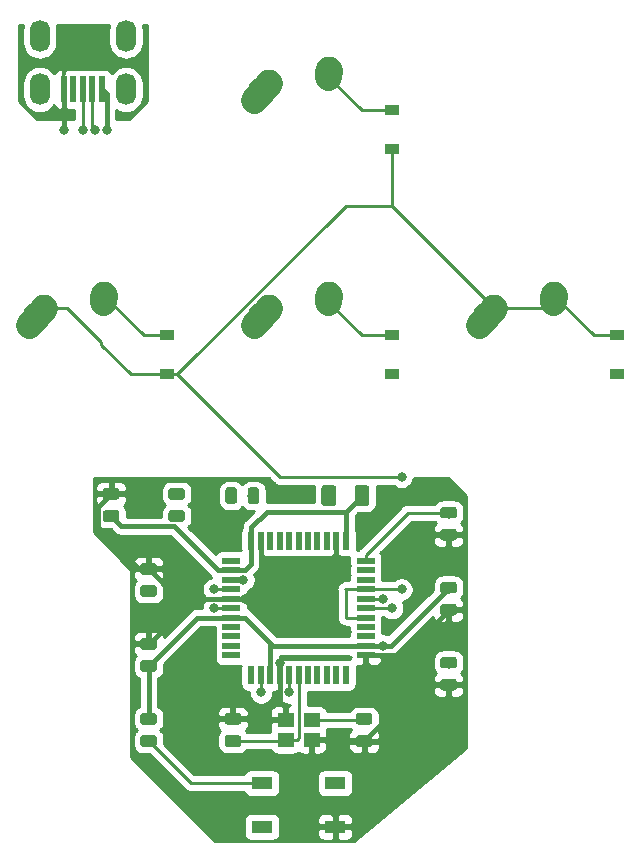
<source format=gtl>
G04 #@! TF.GenerationSoftware,KiCad,Pcbnew,(5.1.4)-1*
G04 #@! TF.CreationDate,2022-10-20T20:42:52-05:00*
G04 #@! TF.ProjectId,first-3k-keypad,66697273-742d-4336-9b2d-6b6579706164,rev?*
G04 #@! TF.SameCoordinates,Original*
G04 #@! TF.FileFunction,Copper,L1,Top*
G04 #@! TF.FilePolarity,Positive*
%FSLAX46Y46*%
G04 Gerber Fmt 4.6, Leading zero omitted, Abs format (unit mm)*
G04 Created by KiCad (PCBNEW (5.1.4)-1) date 2022-10-20 20:42:53*
%MOMM*%
%LPD*%
G04 APERTURE LIST*
%ADD10R,1.500000X0.550000*%
%ADD11R,0.550000X1.500000*%
%ADD12R,1.400000X1.200000*%
%ADD13R,0.500000X2.250000*%
%ADD14O,1.700000X2.700000*%
%ADD15R,1.800000X1.100000*%
%ADD16C,0.020000*%
%ADD17C,0.975000*%
%ADD18C,2.250000*%
%ADD19C,2.250000*%
%ADD20C,1.250000*%
%ADD21R,1.200000X0.900000*%
%ADD22C,0.800000*%
%ADD23C,0.381000*%
%ADD24C,0.254000*%
G04 APERTURE END LIST*
D10*
X121300000Y-141256250D03*
X121300000Y-142056250D03*
X121300000Y-142856250D03*
X121300000Y-143656250D03*
X121300000Y-144456250D03*
X121300000Y-145256250D03*
X121300000Y-146056250D03*
X121300000Y-146856250D03*
X121300000Y-147656250D03*
X121300000Y-148456250D03*
X121300000Y-149256250D03*
D11*
X123000000Y-150956250D03*
X123800000Y-150956250D03*
X124600000Y-150956250D03*
X125400000Y-150956250D03*
X126200000Y-150956250D03*
X127000000Y-150956250D03*
X127800000Y-150956250D03*
X128600000Y-150956250D03*
X129400000Y-150956250D03*
X130200000Y-150956250D03*
X131000000Y-150956250D03*
D10*
X132700000Y-149256250D03*
X132700000Y-148456250D03*
X132700000Y-147656250D03*
X132700000Y-146856250D03*
X132700000Y-146056250D03*
X132700000Y-145256250D03*
X132700000Y-144456250D03*
X132700000Y-143656250D03*
X132700000Y-142856250D03*
X132700000Y-142056250D03*
X132700000Y-141256250D03*
D11*
X131000000Y-139556250D03*
X130200000Y-139556250D03*
X129400000Y-139556250D03*
X128600000Y-139556250D03*
X127800000Y-139556250D03*
X127000000Y-139556250D03*
X126200000Y-139556250D03*
X125400000Y-139556250D03*
X124600000Y-139556250D03*
X123800000Y-139556250D03*
X123000000Y-139556250D03*
D12*
X125900000Y-156425000D03*
X128100000Y-156425000D03*
X128100000Y-154725000D03*
X125900000Y-154725000D03*
D13*
X107143750Y-101337500D03*
X107943750Y-101337500D03*
X108743750Y-101337500D03*
X109543750Y-101337500D03*
X110343750Y-101337500D03*
D14*
X112393750Y-101337500D03*
X105093750Y-101337500D03*
X105093750Y-96837500D03*
X112393750Y-96837500D03*
D15*
X130100000Y-163775000D03*
X123900000Y-160075000D03*
X130100000Y-160075000D03*
X123900000Y-163775000D03*
D16*
G36*
X140180142Y-136688674D02*
G01*
X140203803Y-136692184D01*
X140227007Y-136697996D01*
X140249529Y-136706054D01*
X140271153Y-136716282D01*
X140291670Y-136728579D01*
X140310883Y-136742829D01*
X140328607Y-136758893D01*
X140344671Y-136776617D01*
X140358921Y-136795830D01*
X140371218Y-136816347D01*
X140381446Y-136837971D01*
X140389504Y-136860493D01*
X140395316Y-136883697D01*
X140398826Y-136907358D01*
X140400000Y-136931250D01*
X140400000Y-137418750D01*
X140398826Y-137442642D01*
X140395316Y-137466303D01*
X140389504Y-137489507D01*
X140381446Y-137512029D01*
X140371218Y-137533653D01*
X140358921Y-137554170D01*
X140344671Y-137573383D01*
X140328607Y-137591107D01*
X140310883Y-137607171D01*
X140291670Y-137621421D01*
X140271153Y-137633718D01*
X140249529Y-137643946D01*
X140227007Y-137652004D01*
X140203803Y-137657816D01*
X140180142Y-137661326D01*
X140156250Y-137662500D01*
X139243750Y-137662500D01*
X139219858Y-137661326D01*
X139196197Y-137657816D01*
X139172993Y-137652004D01*
X139150471Y-137643946D01*
X139128847Y-137633718D01*
X139108330Y-137621421D01*
X139089117Y-137607171D01*
X139071393Y-137591107D01*
X139055329Y-137573383D01*
X139041079Y-137554170D01*
X139028782Y-137533653D01*
X139018554Y-137512029D01*
X139010496Y-137489507D01*
X139004684Y-137466303D01*
X139001174Y-137442642D01*
X139000000Y-137418750D01*
X139000000Y-136931250D01*
X139001174Y-136907358D01*
X139004684Y-136883697D01*
X139010496Y-136860493D01*
X139018554Y-136837971D01*
X139028782Y-136816347D01*
X139041079Y-136795830D01*
X139055329Y-136776617D01*
X139071393Y-136758893D01*
X139089117Y-136742829D01*
X139108330Y-136728579D01*
X139128847Y-136716282D01*
X139150471Y-136706054D01*
X139172993Y-136697996D01*
X139196197Y-136692184D01*
X139219858Y-136688674D01*
X139243750Y-136687500D01*
X140156250Y-136687500D01*
X140180142Y-136688674D01*
X140180142Y-136688674D01*
G37*
D17*
X139700000Y-137175000D03*
D16*
G36*
X140180142Y-138563674D02*
G01*
X140203803Y-138567184D01*
X140227007Y-138572996D01*
X140249529Y-138581054D01*
X140271153Y-138591282D01*
X140291670Y-138603579D01*
X140310883Y-138617829D01*
X140328607Y-138633893D01*
X140344671Y-138651617D01*
X140358921Y-138670830D01*
X140371218Y-138691347D01*
X140381446Y-138712971D01*
X140389504Y-138735493D01*
X140395316Y-138758697D01*
X140398826Y-138782358D01*
X140400000Y-138806250D01*
X140400000Y-139293750D01*
X140398826Y-139317642D01*
X140395316Y-139341303D01*
X140389504Y-139364507D01*
X140381446Y-139387029D01*
X140371218Y-139408653D01*
X140358921Y-139429170D01*
X140344671Y-139448383D01*
X140328607Y-139466107D01*
X140310883Y-139482171D01*
X140291670Y-139496421D01*
X140271153Y-139508718D01*
X140249529Y-139518946D01*
X140227007Y-139527004D01*
X140203803Y-139532816D01*
X140180142Y-139536326D01*
X140156250Y-139537500D01*
X139243750Y-139537500D01*
X139219858Y-139536326D01*
X139196197Y-139532816D01*
X139172993Y-139527004D01*
X139150471Y-139518946D01*
X139128847Y-139508718D01*
X139108330Y-139496421D01*
X139089117Y-139482171D01*
X139071393Y-139466107D01*
X139055329Y-139448383D01*
X139041079Y-139429170D01*
X139028782Y-139408653D01*
X139018554Y-139387029D01*
X139010496Y-139364507D01*
X139004684Y-139341303D01*
X139001174Y-139317642D01*
X139000000Y-139293750D01*
X139000000Y-138806250D01*
X139001174Y-138782358D01*
X139004684Y-138758697D01*
X139010496Y-138735493D01*
X139018554Y-138712971D01*
X139028782Y-138691347D01*
X139041079Y-138670830D01*
X139055329Y-138651617D01*
X139071393Y-138633893D01*
X139089117Y-138617829D01*
X139108330Y-138603579D01*
X139128847Y-138591282D01*
X139150471Y-138581054D01*
X139172993Y-138572996D01*
X139196197Y-138567184D01*
X139219858Y-138563674D01*
X139243750Y-138562500D01*
X140156250Y-138562500D01*
X140180142Y-138563674D01*
X140180142Y-138563674D01*
G37*
D17*
X139700000Y-139050000D03*
D16*
G36*
X114780142Y-156026174D02*
G01*
X114803803Y-156029684D01*
X114827007Y-156035496D01*
X114849529Y-156043554D01*
X114871153Y-156053782D01*
X114891670Y-156066079D01*
X114910883Y-156080329D01*
X114928607Y-156096393D01*
X114944671Y-156114117D01*
X114958921Y-156133330D01*
X114971218Y-156153847D01*
X114981446Y-156175471D01*
X114989504Y-156197993D01*
X114995316Y-156221197D01*
X114998826Y-156244858D01*
X115000000Y-156268750D01*
X115000000Y-156756250D01*
X114998826Y-156780142D01*
X114995316Y-156803803D01*
X114989504Y-156827007D01*
X114981446Y-156849529D01*
X114971218Y-156871153D01*
X114958921Y-156891670D01*
X114944671Y-156910883D01*
X114928607Y-156928607D01*
X114910883Y-156944671D01*
X114891670Y-156958921D01*
X114871153Y-156971218D01*
X114849529Y-156981446D01*
X114827007Y-156989504D01*
X114803803Y-156995316D01*
X114780142Y-156998826D01*
X114756250Y-157000000D01*
X113843750Y-157000000D01*
X113819858Y-156998826D01*
X113796197Y-156995316D01*
X113772993Y-156989504D01*
X113750471Y-156981446D01*
X113728847Y-156971218D01*
X113708330Y-156958921D01*
X113689117Y-156944671D01*
X113671393Y-156928607D01*
X113655329Y-156910883D01*
X113641079Y-156891670D01*
X113628782Y-156871153D01*
X113618554Y-156849529D01*
X113610496Y-156827007D01*
X113604684Y-156803803D01*
X113601174Y-156780142D01*
X113600000Y-156756250D01*
X113600000Y-156268750D01*
X113601174Y-156244858D01*
X113604684Y-156221197D01*
X113610496Y-156197993D01*
X113618554Y-156175471D01*
X113628782Y-156153847D01*
X113641079Y-156133330D01*
X113655329Y-156114117D01*
X113671393Y-156096393D01*
X113689117Y-156080329D01*
X113708330Y-156066079D01*
X113728847Y-156053782D01*
X113750471Y-156043554D01*
X113772993Y-156035496D01*
X113796197Y-156029684D01*
X113819858Y-156026174D01*
X113843750Y-156025000D01*
X114756250Y-156025000D01*
X114780142Y-156026174D01*
X114780142Y-156026174D01*
G37*
D17*
X114300000Y-156512500D03*
D16*
G36*
X114780142Y-154151174D02*
G01*
X114803803Y-154154684D01*
X114827007Y-154160496D01*
X114849529Y-154168554D01*
X114871153Y-154178782D01*
X114891670Y-154191079D01*
X114910883Y-154205329D01*
X114928607Y-154221393D01*
X114944671Y-154239117D01*
X114958921Y-154258330D01*
X114971218Y-154278847D01*
X114981446Y-154300471D01*
X114989504Y-154322993D01*
X114995316Y-154346197D01*
X114998826Y-154369858D01*
X115000000Y-154393750D01*
X115000000Y-154881250D01*
X114998826Y-154905142D01*
X114995316Y-154928803D01*
X114989504Y-154952007D01*
X114981446Y-154974529D01*
X114971218Y-154996153D01*
X114958921Y-155016670D01*
X114944671Y-155035883D01*
X114928607Y-155053607D01*
X114910883Y-155069671D01*
X114891670Y-155083921D01*
X114871153Y-155096218D01*
X114849529Y-155106446D01*
X114827007Y-155114504D01*
X114803803Y-155120316D01*
X114780142Y-155123826D01*
X114756250Y-155125000D01*
X113843750Y-155125000D01*
X113819858Y-155123826D01*
X113796197Y-155120316D01*
X113772993Y-155114504D01*
X113750471Y-155106446D01*
X113728847Y-155096218D01*
X113708330Y-155083921D01*
X113689117Y-155069671D01*
X113671393Y-155053607D01*
X113655329Y-155035883D01*
X113641079Y-155016670D01*
X113628782Y-154996153D01*
X113618554Y-154974529D01*
X113610496Y-154952007D01*
X113604684Y-154928803D01*
X113601174Y-154905142D01*
X113600000Y-154881250D01*
X113600000Y-154393750D01*
X113601174Y-154369858D01*
X113604684Y-154346197D01*
X113610496Y-154322993D01*
X113618554Y-154300471D01*
X113628782Y-154278847D01*
X113641079Y-154258330D01*
X113655329Y-154239117D01*
X113671393Y-154221393D01*
X113689117Y-154205329D01*
X113708330Y-154191079D01*
X113728847Y-154178782D01*
X113750471Y-154168554D01*
X113772993Y-154160496D01*
X113796197Y-154154684D01*
X113819858Y-154151174D01*
X113843750Y-154150000D01*
X114756250Y-154150000D01*
X114780142Y-154151174D01*
X114780142Y-154151174D01*
G37*
D17*
X114300000Y-154637500D03*
D16*
G36*
X117161392Y-136976174D02*
G01*
X117185053Y-136979684D01*
X117208257Y-136985496D01*
X117230779Y-136993554D01*
X117252403Y-137003782D01*
X117272920Y-137016079D01*
X117292133Y-137030329D01*
X117309857Y-137046393D01*
X117325921Y-137064117D01*
X117340171Y-137083330D01*
X117352468Y-137103847D01*
X117362696Y-137125471D01*
X117370754Y-137147993D01*
X117376566Y-137171197D01*
X117380076Y-137194858D01*
X117381250Y-137218750D01*
X117381250Y-137706250D01*
X117380076Y-137730142D01*
X117376566Y-137753803D01*
X117370754Y-137777007D01*
X117362696Y-137799529D01*
X117352468Y-137821153D01*
X117340171Y-137841670D01*
X117325921Y-137860883D01*
X117309857Y-137878607D01*
X117292133Y-137894671D01*
X117272920Y-137908921D01*
X117252403Y-137921218D01*
X117230779Y-137931446D01*
X117208257Y-137939504D01*
X117185053Y-137945316D01*
X117161392Y-137948826D01*
X117137500Y-137950000D01*
X116225000Y-137950000D01*
X116201108Y-137948826D01*
X116177447Y-137945316D01*
X116154243Y-137939504D01*
X116131721Y-137931446D01*
X116110097Y-137921218D01*
X116089580Y-137908921D01*
X116070367Y-137894671D01*
X116052643Y-137878607D01*
X116036579Y-137860883D01*
X116022329Y-137841670D01*
X116010032Y-137821153D01*
X115999804Y-137799529D01*
X115991746Y-137777007D01*
X115985934Y-137753803D01*
X115982424Y-137730142D01*
X115981250Y-137706250D01*
X115981250Y-137218750D01*
X115982424Y-137194858D01*
X115985934Y-137171197D01*
X115991746Y-137147993D01*
X115999804Y-137125471D01*
X116010032Y-137103847D01*
X116022329Y-137083330D01*
X116036579Y-137064117D01*
X116052643Y-137046393D01*
X116070367Y-137030329D01*
X116089580Y-137016079D01*
X116110097Y-137003782D01*
X116131721Y-136993554D01*
X116154243Y-136985496D01*
X116177447Y-136979684D01*
X116201108Y-136976174D01*
X116225000Y-136975000D01*
X117137500Y-136975000D01*
X117161392Y-136976174D01*
X117161392Y-136976174D01*
G37*
D17*
X116681250Y-137462500D03*
D16*
G36*
X117161392Y-135101174D02*
G01*
X117185053Y-135104684D01*
X117208257Y-135110496D01*
X117230779Y-135118554D01*
X117252403Y-135128782D01*
X117272920Y-135141079D01*
X117292133Y-135155329D01*
X117309857Y-135171393D01*
X117325921Y-135189117D01*
X117340171Y-135208330D01*
X117352468Y-135228847D01*
X117362696Y-135250471D01*
X117370754Y-135272993D01*
X117376566Y-135296197D01*
X117380076Y-135319858D01*
X117381250Y-135343750D01*
X117381250Y-135831250D01*
X117380076Y-135855142D01*
X117376566Y-135878803D01*
X117370754Y-135902007D01*
X117362696Y-135924529D01*
X117352468Y-135946153D01*
X117340171Y-135966670D01*
X117325921Y-135985883D01*
X117309857Y-136003607D01*
X117292133Y-136019671D01*
X117272920Y-136033921D01*
X117252403Y-136046218D01*
X117230779Y-136056446D01*
X117208257Y-136064504D01*
X117185053Y-136070316D01*
X117161392Y-136073826D01*
X117137500Y-136075000D01*
X116225000Y-136075000D01*
X116201108Y-136073826D01*
X116177447Y-136070316D01*
X116154243Y-136064504D01*
X116131721Y-136056446D01*
X116110097Y-136046218D01*
X116089580Y-136033921D01*
X116070367Y-136019671D01*
X116052643Y-136003607D01*
X116036579Y-135985883D01*
X116022329Y-135966670D01*
X116010032Y-135946153D01*
X115999804Y-135924529D01*
X115991746Y-135902007D01*
X115985934Y-135878803D01*
X115982424Y-135855142D01*
X115981250Y-135831250D01*
X115981250Y-135343750D01*
X115982424Y-135319858D01*
X115985934Y-135296197D01*
X115991746Y-135272993D01*
X115999804Y-135250471D01*
X116010032Y-135228847D01*
X116022329Y-135208330D01*
X116036579Y-135189117D01*
X116052643Y-135171393D01*
X116070367Y-135155329D01*
X116089580Y-135141079D01*
X116110097Y-135128782D01*
X116131721Y-135118554D01*
X116154243Y-135110496D01*
X116177447Y-135104684D01*
X116201108Y-135101174D01*
X116225000Y-135100000D01*
X117137500Y-135100000D01*
X117161392Y-135101174D01*
X117161392Y-135101174D01*
G37*
D17*
X116681250Y-135587500D03*
D16*
G36*
X121567642Y-135032424D02*
G01*
X121591303Y-135035934D01*
X121614507Y-135041746D01*
X121637029Y-135049804D01*
X121658653Y-135060032D01*
X121679170Y-135072329D01*
X121698383Y-135086579D01*
X121716107Y-135102643D01*
X121732171Y-135120367D01*
X121746421Y-135139580D01*
X121758718Y-135160097D01*
X121768946Y-135181721D01*
X121777004Y-135204243D01*
X121782816Y-135227447D01*
X121786326Y-135251108D01*
X121787500Y-135275000D01*
X121787500Y-136187500D01*
X121786326Y-136211392D01*
X121782816Y-136235053D01*
X121777004Y-136258257D01*
X121768946Y-136280779D01*
X121758718Y-136302403D01*
X121746421Y-136322920D01*
X121732171Y-136342133D01*
X121716107Y-136359857D01*
X121698383Y-136375921D01*
X121679170Y-136390171D01*
X121658653Y-136402468D01*
X121637029Y-136412696D01*
X121614507Y-136420754D01*
X121591303Y-136426566D01*
X121567642Y-136430076D01*
X121543750Y-136431250D01*
X121056250Y-136431250D01*
X121032358Y-136430076D01*
X121008697Y-136426566D01*
X120985493Y-136420754D01*
X120962971Y-136412696D01*
X120941347Y-136402468D01*
X120920830Y-136390171D01*
X120901617Y-136375921D01*
X120883893Y-136359857D01*
X120867829Y-136342133D01*
X120853579Y-136322920D01*
X120841282Y-136302403D01*
X120831054Y-136280779D01*
X120822996Y-136258257D01*
X120817184Y-136235053D01*
X120813674Y-136211392D01*
X120812500Y-136187500D01*
X120812500Y-135275000D01*
X120813674Y-135251108D01*
X120817184Y-135227447D01*
X120822996Y-135204243D01*
X120831054Y-135181721D01*
X120841282Y-135160097D01*
X120853579Y-135139580D01*
X120867829Y-135120367D01*
X120883893Y-135102643D01*
X120901617Y-135086579D01*
X120920830Y-135072329D01*
X120941347Y-135060032D01*
X120962971Y-135049804D01*
X120985493Y-135041746D01*
X121008697Y-135035934D01*
X121032358Y-135032424D01*
X121056250Y-135031250D01*
X121543750Y-135031250D01*
X121567642Y-135032424D01*
X121567642Y-135032424D01*
G37*
D17*
X121300000Y-135731250D03*
D16*
G36*
X123442642Y-135032424D02*
G01*
X123466303Y-135035934D01*
X123489507Y-135041746D01*
X123512029Y-135049804D01*
X123533653Y-135060032D01*
X123554170Y-135072329D01*
X123573383Y-135086579D01*
X123591107Y-135102643D01*
X123607171Y-135120367D01*
X123621421Y-135139580D01*
X123633718Y-135160097D01*
X123643946Y-135181721D01*
X123652004Y-135204243D01*
X123657816Y-135227447D01*
X123661326Y-135251108D01*
X123662500Y-135275000D01*
X123662500Y-136187500D01*
X123661326Y-136211392D01*
X123657816Y-136235053D01*
X123652004Y-136258257D01*
X123643946Y-136280779D01*
X123633718Y-136302403D01*
X123621421Y-136322920D01*
X123607171Y-136342133D01*
X123591107Y-136359857D01*
X123573383Y-136375921D01*
X123554170Y-136390171D01*
X123533653Y-136402468D01*
X123512029Y-136412696D01*
X123489507Y-136420754D01*
X123466303Y-136426566D01*
X123442642Y-136430076D01*
X123418750Y-136431250D01*
X122931250Y-136431250D01*
X122907358Y-136430076D01*
X122883697Y-136426566D01*
X122860493Y-136420754D01*
X122837971Y-136412696D01*
X122816347Y-136402468D01*
X122795830Y-136390171D01*
X122776617Y-136375921D01*
X122758893Y-136359857D01*
X122742829Y-136342133D01*
X122728579Y-136322920D01*
X122716282Y-136302403D01*
X122706054Y-136280779D01*
X122697996Y-136258257D01*
X122692184Y-136235053D01*
X122688674Y-136211392D01*
X122687500Y-136187500D01*
X122687500Y-135275000D01*
X122688674Y-135251108D01*
X122692184Y-135227447D01*
X122697996Y-135204243D01*
X122706054Y-135181721D01*
X122716282Y-135160097D01*
X122728579Y-135139580D01*
X122742829Y-135120367D01*
X122758893Y-135102643D01*
X122776617Y-135086579D01*
X122795830Y-135072329D01*
X122816347Y-135060032D01*
X122837971Y-135049804D01*
X122860493Y-135041746D01*
X122883697Y-135035934D01*
X122907358Y-135032424D01*
X122931250Y-135031250D01*
X123418750Y-135031250D01*
X123442642Y-135032424D01*
X123442642Y-135032424D01*
G37*
D17*
X123175000Y-135731250D03*
D18*
X148570000Y-119035000D03*
D19*
X148550000Y-119325000D02*
X148590000Y-118745000D01*
D18*
X148590000Y-118745000D03*
X142895001Y-120555000D03*
D19*
X142240000Y-121285000D02*
X143550002Y-119825000D01*
D18*
X143550000Y-119825000D03*
X129520000Y-119035000D03*
D19*
X129500000Y-119325000D02*
X129540000Y-118745000D01*
D18*
X129540000Y-118745000D03*
X123845001Y-120555000D03*
D19*
X123190000Y-121285000D02*
X124500002Y-119825000D01*
D18*
X124500000Y-119825000D03*
X110470000Y-119035000D03*
D19*
X110450000Y-119325000D02*
X110490000Y-118745000D01*
D18*
X110490000Y-118745000D03*
X104795001Y-120555000D03*
D19*
X104140000Y-121285000D02*
X105450002Y-119825000D01*
D18*
X105450000Y-119825000D03*
X129520000Y-99985000D03*
D19*
X129500000Y-100275000D02*
X129540000Y-99695000D01*
D18*
X129540000Y-99695000D03*
X123845001Y-101505000D03*
D19*
X123190000Y-102235000D02*
X124500002Y-100775000D01*
D18*
X124500000Y-100775000D03*
D16*
G36*
X129968254Y-134857454D02*
G01*
X129992523Y-134861054D01*
X130016321Y-134867015D01*
X130039421Y-134875280D01*
X130061599Y-134885770D01*
X130082643Y-134898383D01*
X130102348Y-134912997D01*
X130120527Y-134929473D01*
X130137003Y-134947652D01*
X130151617Y-134967357D01*
X130164230Y-134988401D01*
X130174720Y-135010579D01*
X130182985Y-135033679D01*
X130188946Y-135057477D01*
X130192546Y-135081746D01*
X130193750Y-135106250D01*
X130193750Y-136356250D01*
X130192546Y-136380754D01*
X130188946Y-136405023D01*
X130182985Y-136428821D01*
X130174720Y-136451921D01*
X130164230Y-136474099D01*
X130151617Y-136495143D01*
X130137003Y-136514848D01*
X130120527Y-136533027D01*
X130102348Y-136549503D01*
X130082643Y-136564117D01*
X130061599Y-136576730D01*
X130039421Y-136587220D01*
X130016321Y-136595485D01*
X129992523Y-136601446D01*
X129968254Y-136605046D01*
X129943750Y-136606250D01*
X129193750Y-136606250D01*
X129169246Y-136605046D01*
X129144977Y-136601446D01*
X129121179Y-136595485D01*
X129098079Y-136587220D01*
X129075901Y-136576730D01*
X129054857Y-136564117D01*
X129035152Y-136549503D01*
X129016973Y-136533027D01*
X129000497Y-136514848D01*
X128985883Y-136495143D01*
X128973270Y-136474099D01*
X128962780Y-136451921D01*
X128954515Y-136428821D01*
X128948554Y-136405023D01*
X128944954Y-136380754D01*
X128943750Y-136356250D01*
X128943750Y-135106250D01*
X128944954Y-135081746D01*
X128948554Y-135057477D01*
X128954515Y-135033679D01*
X128962780Y-135010579D01*
X128973270Y-134988401D01*
X128985883Y-134967357D01*
X129000497Y-134947652D01*
X129016973Y-134929473D01*
X129035152Y-134912997D01*
X129054857Y-134898383D01*
X129075901Y-134885770D01*
X129098079Y-134875280D01*
X129121179Y-134867015D01*
X129144977Y-134861054D01*
X129169246Y-134857454D01*
X129193750Y-134856250D01*
X129943750Y-134856250D01*
X129968254Y-134857454D01*
X129968254Y-134857454D01*
G37*
D20*
X129568750Y-135731250D03*
D16*
G36*
X132768254Y-134857454D02*
G01*
X132792523Y-134861054D01*
X132816321Y-134867015D01*
X132839421Y-134875280D01*
X132861599Y-134885770D01*
X132882643Y-134898383D01*
X132902348Y-134912997D01*
X132920527Y-134929473D01*
X132937003Y-134947652D01*
X132951617Y-134967357D01*
X132964230Y-134988401D01*
X132974720Y-135010579D01*
X132982985Y-135033679D01*
X132988946Y-135057477D01*
X132992546Y-135081746D01*
X132993750Y-135106250D01*
X132993750Y-136356250D01*
X132992546Y-136380754D01*
X132988946Y-136405023D01*
X132982985Y-136428821D01*
X132974720Y-136451921D01*
X132964230Y-136474099D01*
X132951617Y-136495143D01*
X132937003Y-136514848D01*
X132920527Y-136533027D01*
X132902348Y-136549503D01*
X132882643Y-136564117D01*
X132861599Y-136576730D01*
X132839421Y-136587220D01*
X132816321Y-136595485D01*
X132792523Y-136601446D01*
X132768254Y-136605046D01*
X132743750Y-136606250D01*
X131993750Y-136606250D01*
X131969246Y-136605046D01*
X131944977Y-136601446D01*
X131921179Y-136595485D01*
X131898079Y-136587220D01*
X131875901Y-136576730D01*
X131854857Y-136564117D01*
X131835152Y-136549503D01*
X131816973Y-136533027D01*
X131800497Y-136514848D01*
X131785883Y-136495143D01*
X131773270Y-136474099D01*
X131762780Y-136451921D01*
X131754515Y-136428821D01*
X131748554Y-136405023D01*
X131744954Y-136380754D01*
X131743750Y-136356250D01*
X131743750Y-135106250D01*
X131744954Y-135081746D01*
X131748554Y-135057477D01*
X131754515Y-135033679D01*
X131762780Y-135010579D01*
X131773270Y-134988401D01*
X131785883Y-134967357D01*
X131800497Y-134947652D01*
X131816973Y-134929473D01*
X131835152Y-134912997D01*
X131854857Y-134898383D01*
X131875901Y-134885770D01*
X131898079Y-134875280D01*
X131921179Y-134867015D01*
X131944977Y-134861054D01*
X131969246Y-134857454D01*
X131993750Y-134856250D01*
X132743750Y-134856250D01*
X132768254Y-134857454D01*
X132768254Y-134857454D01*
G37*
D20*
X132368750Y-135731250D03*
D21*
X153987500Y-125475000D03*
X153987500Y-122175000D03*
X134937500Y-122175000D03*
X134937500Y-125475000D03*
X115887500Y-125475000D03*
X115887500Y-122175000D03*
X134937500Y-106425000D03*
X134937500Y-103125000D03*
D16*
G36*
X114780142Y-141451174D02*
G01*
X114803803Y-141454684D01*
X114827007Y-141460496D01*
X114849529Y-141468554D01*
X114871153Y-141478782D01*
X114891670Y-141491079D01*
X114910883Y-141505329D01*
X114928607Y-141521393D01*
X114944671Y-141539117D01*
X114958921Y-141558330D01*
X114971218Y-141578847D01*
X114981446Y-141600471D01*
X114989504Y-141622993D01*
X114995316Y-141646197D01*
X114998826Y-141669858D01*
X115000000Y-141693750D01*
X115000000Y-142181250D01*
X114998826Y-142205142D01*
X114995316Y-142228803D01*
X114989504Y-142252007D01*
X114981446Y-142274529D01*
X114971218Y-142296153D01*
X114958921Y-142316670D01*
X114944671Y-142335883D01*
X114928607Y-142353607D01*
X114910883Y-142369671D01*
X114891670Y-142383921D01*
X114871153Y-142396218D01*
X114849529Y-142406446D01*
X114827007Y-142414504D01*
X114803803Y-142420316D01*
X114780142Y-142423826D01*
X114756250Y-142425000D01*
X113843750Y-142425000D01*
X113819858Y-142423826D01*
X113796197Y-142420316D01*
X113772993Y-142414504D01*
X113750471Y-142406446D01*
X113728847Y-142396218D01*
X113708330Y-142383921D01*
X113689117Y-142369671D01*
X113671393Y-142353607D01*
X113655329Y-142335883D01*
X113641079Y-142316670D01*
X113628782Y-142296153D01*
X113618554Y-142274529D01*
X113610496Y-142252007D01*
X113604684Y-142228803D01*
X113601174Y-142205142D01*
X113600000Y-142181250D01*
X113600000Y-141693750D01*
X113601174Y-141669858D01*
X113604684Y-141646197D01*
X113610496Y-141622993D01*
X113618554Y-141600471D01*
X113628782Y-141578847D01*
X113641079Y-141558330D01*
X113655329Y-141539117D01*
X113671393Y-141521393D01*
X113689117Y-141505329D01*
X113708330Y-141491079D01*
X113728847Y-141478782D01*
X113750471Y-141468554D01*
X113772993Y-141460496D01*
X113796197Y-141454684D01*
X113819858Y-141451174D01*
X113843750Y-141450000D01*
X114756250Y-141450000D01*
X114780142Y-141451174D01*
X114780142Y-141451174D01*
G37*
D17*
X114300000Y-141937500D03*
D16*
G36*
X114780142Y-143326174D02*
G01*
X114803803Y-143329684D01*
X114827007Y-143335496D01*
X114849529Y-143343554D01*
X114871153Y-143353782D01*
X114891670Y-143366079D01*
X114910883Y-143380329D01*
X114928607Y-143396393D01*
X114944671Y-143414117D01*
X114958921Y-143433330D01*
X114971218Y-143453847D01*
X114981446Y-143475471D01*
X114989504Y-143497993D01*
X114995316Y-143521197D01*
X114998826Y-143544858D01*
X115000000Y-143568750D01*
X115000000Y-144056250D01*
X114998826Y-144080142D01*
X114995316Y-144103803D01*
X114989504Y-144127007D01*
X114981446Y-144149529D01*
X114971218Y-144171153D01*
X114958921Y-144191670D01*
X114944671Y-144210883D01*
X114928607Y-144228607D01*
X114910883Y-144244671D01*
X114891670Y-144258921D01*
X114871153Y-144271218D01*
X114849529Y-144281446D01*
X114827007Y-144289504D01*
X114803803Y-144295316D01*
X114780142Y-144298826D01*
X114756250Y-144300000D01*
X113843750Y-144300000D01*
X113819858Y-144298826D01*
X113796197Y-144295316D01*
X113772993Y-144289504D01*
X113750471Y-144281446D01*
X113728847Y-144271218D01*
X113708330Y-144258921D01*
X113689117Y-144244671D01*
X113671393Y-144228607D01*
X113655329Y-144210883D01*
X113641079Y-144191670D01*
X113628782Y-144171153D01*
X113618554Y-144149529D01*
X113610496Y-144127007D01*
X113604684Y-144103803D01*
X113601174Y-144080142D01*
X113600000Y-144056250D01*
X113600000Y-143568750D01*
X113601174Y-143544858D01*
X113604684Y-143521197D01*
X113610496Y-143497993D01*
X113618554Y-143475471D01*
X113628782Y-143453847D01*
X113641079Y-143433330D01*
X113655329Y-143414117D01*
X113671393Y-143396393D01*
X113689117Y-143380329D01*
X113708330Y-143366079D01*
X113728847Y-143353782D01*
X113750471Y-143343554D01*
X113772993Y-143335496D01*
X113796197Y-143329684D01*
X113819858Y-143326174D01*
X113843750Y-143325000D01*
X114756250Y-143325000D01*
X114780142Y-143326174D01*
X114780142Y-143326174D01*
G37*
D17*
X114300000Y-143812500D03*
D16*
G36*
X133036392Y-156026174D02*
G01*
X133060053Y-156029684D01*
X133083257Y-156035496D01*
X133105779Y-156043554D01*
X133127403Y-156053782D01*
X133147920Y-156066079D01*
X133167133Y-156080329D01*
X133184857Y-156096393D01*
X133200921Y-156114117D01*
X133215171Y-156133330D01*
X133227468Y-156153847D01*
X133237696Y-156175471D01*
X133245754Y-156197993D01*
X133251566Y-156221197D01*
X133255076Y-156244858D01*
X133256250Y-156268750D01*
X133256250Y-156756250D01*
X133255076Y-156780142D01*
X133251566Y-156803803D01*
X133245754Y-156827007D01*
X133237696Y-156849529D01*
X133227468Y-156871153D01*
X133215171Y-156891670D01*
X133200921Y-156910883D01*
X133184857Y-156928607D01*
X133167133Y-156944671D01*
X133147920Y-156958921D01*
X133127403Y-156971218D01*
X133105779Y-156981446D01*
X133083257Y-156989504D01*
X133060053Y-156995316D01*
X133036392Y-156998826D01*
X133012500Y-157000000D01*
X132100000Y-157000000D01*
X132076108Y-156998826D01*
X132052447Y-156995316D01*
X132029243Y-156989504D01*
X132006721Y-156981446D01*
X131985097Y-156971218D01*
X131964580Y-156958921D01*
X131945367Y-156944671D01*
X131927643Y-156928607D01*
X131911579Y-156910883D01*
X131897329Y-156891670D01*
X131885032Y-156871153D01*
X131874804Y-156849529D01*
X131866746Y-156827007D01*
X131860934Y-156803803D01*
X131857424Y-156780142D01*
X131856250Y-156756250D01*
X131856250Y-156268750D01*
X131857424Y-156244858D01*
X131860934Y-156221197D01*
X131866746Y-156197993D01*
X131874804Y-156175471D01*
X131885032Y-156153847D01*
X131897329Y-156133330D01*
X131911579Y-156114117D01*
X131927643Y-156096393D01*
X131945367Y-156080329D01*
X131964580Y-156066079D01*
X131985097Y-156053782D01*
X132006721Y-156043554D01*
X132029243Y-156035496D01*
X132052447Y-156029684D01*
X132076108Y-156026174D01*
X132100000Y-156025000D01*
X133012500Y-156025000D01*
X133036392Y-156026174D01*
X133036392Y-156026174D01*
G37*
D17*
X132556250Y-156512500D03*
D16*
G36*
X133036392Y-154151174D02*
G01*
X133060053Y-154154684D01*
X133083257Y-154160496D01*
X133105779Y-154168554D01*
X133127403Y-154178782D01*
X133147920Y-154191079D01*
X133167133Y-154205329D01*
X133184857Y-154221393D01*
X133200921Y-154239117D01*
X133215171Y-154258330D01*
X133227468Y-154278847D01*
X133237696Y-154300471D01*
X133245754Y-154322993D01*
X133251566Y-154346197D01*
X133255076Y-154369858D01*
X133256250Y-154393750D01*
X133256250Y-154881250D01*
X133255076Y-154905142D01*
X133251566Y-154928803D01*
X133245754Y-154952007D01*
X133237696Y-154974529D01*
X133227468Y-154996153D01*
X133215171Y-155016670D01*
X133200921Y-155035883D01*
X133184857Y-155053607D01*
X133167133Y-155069671D01*
X133147920Y-155083921D01*
X133127403Y-155096218D01*
X133105779Y-155106446D01*
X133083257Y-155114504D01*
X133060053Y-155120316D01*
X133036392Y-155123826D01*
X133012500Y-155125000D01*
X132100000Y-155125000D01*
X132076108Y-155123826D01*
X132052447Y-155120316D01*
X132029243Y-155114504D01*
X132006721Y-155106446D01*
X131985097Y-155096218D01*
X131964580Y-155083921D01*
X131945367Y-155069671D01*
X131927643Y-155053607D01*
X131911579Y-155035883D01*
X131897329Y-155016670D01*
X131885032Y-154996153D01*
X131874804Y-154974529D01*
X131866746Y-154952007D01*
X131860934Y-154928803D01*
X131857424Y-154905142D01*
X131856250Y-154881250D01*
X131856250Y-154393750D01*
X131857424Y-154369858D01*
X131860934Y-154346197D01*
X131866746Y-154322993D01*
X131874804Y-154300471D01*
X131885032Y-154278847D01*
X131897329Y-154258330D01*
X131911579Y-154239117D01*
X131927643Y-154221393D01*
X131945367Y-154205329D01*
X131964580Y-154191079D01*
X131985097Y-154178782D01*
X132006721Y-154168554D01*
X132029243Y-154160496D01*
X132052447Y-154154684D01*
X132076108Y-154151174D01*
X132100000Y-154150000D01*
X133012500Y-154150000D01*
X133036392Y-154151174D01*
X133036392Y-154151174D01*
G37*
D17*
X132556250Y-154637500D03*
D16*
G36*
X121923892Y-154151174D02*
G01*
X121947553Y-154154684D01*
X121970757Y-154160496D01*
X121993279Y-154168554D01*
X122014903Y-154178782D01*
X122035420Y-154191079D01*
X122054633Y-154205329D01*
X122072357Y-154221393D01*
X122088421Y-154239117D01*
X122102671Y-154258330D01*
X122114968Y-154278847D01*
X122125196Y-154300471D01*
X122133254Y-154322993D01*
X122139066Y-154346197D01*
X122142576Y-154369858D01*
X122143750Y-154393750D01*
X122143750Y-154881250D01*
X122142576Y-154905142D01*
X122139066Y-154928803D01*
X122133254Y-154952007D01*
X122125196Y-154974529D01*
X122114968Y-154996153D01*
X122102671Y-155016670D01*
X122088421Y-155035883D01*
X122072357Y-155053607D01*
X122054633Y-155069671D01*
X122035420Y-155083921D01*
X122014903Y-155096218D01*
X121993279Y-155106446D01*
X121970757Y-155114504D01*
X121947553Y-155120316D01*
X121923892Y-155123826D01*
X121900000Y-155125000D01*
X120987500Y-155125000D01*
X120963608Y-155123826D01*
X120939947Y-155120316D01*
X120916743Y-155114504D01*
X120894221Y-155106446D01*
X120872597Y-155096218D01*
X120852080Y-155083921D01*
X120832867Y-155069671D01*
X120815143Y-155053607D01*
X120799079Y-155035883D01*
X120784829Y-155016670D01*
X120772532Y-154996153D01*
X120762304Y-154974529D01*
X120754246Y-154952007D01*
X120748434Y-154928803D01*
X120744924Y-154905142D01*
X120743750Y-154881250D01*
X120743750Y-154393750D01*
X120744924Y-154369858D01*
X120748434Y-154346197D01*
X120754246Y-154322993D01*
X120762304Y-154300471D01*
X120772532Y-154278847D01*
X120784829Y-154258330D01*
X120799079Y-154239117D01*
X120815143Y-154221393D01*
X120832867Y-154205329D01*
X120852080Y-154191079D01*
X120872597Y-154178782D01*
X120894221Y-154168554D01*
X120916743Y-154160496D01*
X120939947Y-154154684D01*
X120963608Y-154151174D01*
X120987500Y-154150000D01*
X121900000Y-154150000D01*
X121923892Y-154151174D01*
X121923892Y-154151174D01*
G37*
D17*
X121443750Y-154637500D03*
D16*
G36*
X121923892Y-156026174D02*
G01*
X121947553Y-156029684D01*
X121970757Y-156035496D01*
X121993279Y-156043554D01*
X122014903Y-156053782D01*
X122035420Y-156066079D01*
X122054633Y-156080329D01*
X122072357Y-156096393D01*
X122088421Y-156114117D01*
X122102671Y-156133330D01*
X122114968Y-156153847D01*
X122125196Y-156175471D01*
X122133254Y-156197993D01*
X122139066Y-156221197D01*
X122142576Y-156244858D01*
X122143750Y-156268750D01*
X122143750Y-156756250D01*
X122142576Y-156780142D01*
X122139066Y-156803803D01*
X122133254Y-156827007D01*
X122125196Y-156849529D01*
X122114968Y-156871153D01*
X122102671Y-156891670D01*
X122088421Y-156910883D01*
X122072357Y-156928607D01*
X122054633Y-156944671D01*
X122035420Y-156958921D01*
X122014903Y-156971218D01*
X121993279Y-156981446D01*
X121970757Y-156989504D01*
X121947553Y-156995316D01*
X121923892Y-156998826D01*
X121900000Y-157000000D01*
X120987500Y-157000000D01*
X120963608Y-156998826D01*
X120939947Y-156995316D01*
X120916743Y-156989504D01*
X120894221Y-156981446D01*
X120872597Y-156971218D01*
X120852080Y-156958921D01*
X120832867Y-156944671D01*
X120815143Y-156928607D01*
X120799079Y-156910883D01*
X120784829Y-156891670D01*
X120772532Y-156871153D01*
X120762304Y-156849529D01*
X120754246Y-156827007D01*
X120748434Y-156803803D01*
X120744924Y-156780142D01*
X120743750Y-156756250D01*
X120743750Y-156268750D01*
X120744924Y-156244858D01*
X120748434Y-156221197D01*
X120754246Y-156197993D01*
X120762304Y-156175471D01*
X120772532Y-156153847D01*
X120784829Y-156133330D01*
X120799079Y-156114117D01*
X120815143Y-156096393D01*
X120832867Y-156080329D01*
X120852080Y-156066079D01*
X120872597Y-156053782D01*
X120894221Y-156043554D01*
X120916743Y-156035496D01*
X120939947Y-156029684D01*
X120963608Y-156026174D01*
X120987500Y-156025000D01*
X121900000Y-156025000D01*
X121923892Y-156026174D01*
X121923892Y-156026174D01*
G37*
D17*
X121443750Y-156512500D03*
D16*
G36*
X140180142Y-144913674D02*
G01*
X140203803Y-144917184D01*
X140227007Y-144922996D01*
X140249529Y-144931054D01*
X140271153Y-144941282D01*
X140291670Y-144953579D01*
X140310883Y-144967829D01*
X140328607Y-144983893D01*
X140344671Y-145001617D01*
X140358921Y-145020830D01*
X140371218Y-145041347D01*
X140381446Y-145062971D01*
X140389504Y-145085493D01*
X140395316Y-145108697D01*
X140398826Y-145132358D01*
X140400000Y-145156250D01*
X140400000Y-145643750D01*
X140398826Y-145667642D01*
X140395316Y-145691303D01*
X140389504Y-145714507D01*
X140381446Y-145737029D01*
X140371218Y-145758653D01*
X140358921Y-145779170D01*
X140344671Y-145798383D01*
X140328607Y-145816107D01*
X140310883Y-145832171D01*
X140291670Y-145846421D01*
X140271153Y-145858718D01*
X140249529Y-145868946D01*
X140227007Y-145877004D01*
X140203803Y-145882816D01*
X140180142Y-145886326D01*
X140156250Y-145887500D01*
X139243750Y-145887500D01*
X139219858Y-145886326D01*
X139196197Y-145882816D01*
X139172993Y-145877004D01*
X139150471Y-145868946D01*
X139128847Y-145858718D01*
X139108330Y-145846421D01*
X139089117Y-145832171D01*
X139071393Y-145816107D01*
X139055329Y-145798383D01*
X139041079Y-145779170D01*
X139028782Y-145758653D01*
X139018554Y-145737029D01*
X139010496Y-145714507D01*
X139004684Y-145691303D01*
X139001174Y-145667642D01*
X139000000Y-145643750D01*
X139000000Y-145156250D01*
X139001174Y-145132358D01*
X139004684Y-145108697D01*
X139010496Y-145085493D01*
X139018554Y-145062971D01*
X139028782Y-145041347D01*
X139041079Y-145020830D01*
X139055329Y-145001617D01*
X139071393Y-144983893D01*
X139089117Y-144967829D01*
X139108330Y-144953579D01*
X139128847Y-144941282D01*
X139150471Y-144931054D01*
X139172993Y-144922996D01*
X139196197Y-144917184D01*
X139219858Y-144913674D01*
X139243750Y-144912500D01*
X140156250Y-144912500D01*
X140180142Y-144913674D01*
X140180142Y-144913674D01*
G37*
D17*
X139700000Y-145400000D03*
D16*
G36*
X140180142Y-143038674D02*
G01*
X140203803Y-143042184D01*
X140227007Y-143047996D01*
X140249529Y-143056054D01*
X140271153Y-143066282D01*
X140291670Y-143078579D01*
X140310883Y-143092829D01*
X140328607Y-143108893D01*
X140344671Y-143126617D01*
X140358921Y-143145830D01*
X140371218Y-143166347D01*
X140381446Y-143187971D01*
X140389504Y-143210493D01*
X140395316Y-143233697D01*
X140398826Y-143257358D01*
X140400000Y-143281250D01*
X140400000Y-143768750D01*
X140398826Y-143792642D01*
X140395316Y-143816303D01*
X140389504Y-143839507D01*
X140381446Y-143862029D01*
X140371218Y-143883653D01*
X140358921Y-143904170D01*
X140344671Y-143923383D01*
X140328607Y-143941107D01*
X140310883Y-143957171D01*
X140291670Y-143971421D01*
X140271153Y-143983718D01*
X140249529Y-143993946D01*
X140227007Y-144002004D01*
X140203803Y-144007816D01*
X140180142Y-144011326D01*
X140156250Y-144012500D01*
X139243750Y-144012500D01*
X139219858Y-144011326D01*
X139196197Y-144007816D01*
X139172993Y-144002004D01*
X139150471Y-143993946D01*
X139128847Y-143983718D01*
X139108330Y-143971421D01*
X139089117Y-143957171D01*
X139071393Y-143941107D01*
X139055329Y-143923383D01*
X139041079Y-143904170D01*
X139028782Y-143883653D01*
X139018554Y-143862029D01*
X139010496Y-143839507D01*
X139004684Y-143816303D01*
X139001174Y-143792642D01*
X139000000Y-143768750D01*
X139000000Y-143281250D01*
X139001174Y-143257358D01*
X139004684Y-143233697D01*
X139010496Y-143210493D01*
X139018554Y-143187971D01*
X139028782Y-143166347D01*
X139041079Y-143145830D01*
X139055329Y-143126617D01*
X139071393Y-143108893D01*
X139089117Y-143092829D01*
X139108330Y-143078579D01*
X139128847Y-143066282D01*
X139150471Y-143056054D01*
X139172993Y-143047996D01*
X139196197Y-143042184D01*
X139219858Y-143038674D01*
X139243750Y-143037500D01*
X140156250Y-143037500D01*
X140180142Y-143038674D01*
X140180142Y-143038674D01*
G37*
D17*
X139700000Y-143525000D03*
D16*
G36*
X114780142Y-147801174D02*
G01*
X114803803Y-147804684D01*
X114827007Y-147810496D01*
X114849529Y-147818554D01*
X114871153Y-147828782D01*
X114891670Y-147841079D01*
X114910883Y-147855329D01*
X114928607Y-147871393D01*
X114944671Y-147889117D01*
X114958921Y-147908330D01*
X114971218Y-147928847D01*
X114981446Y-147950471D01*
X114989504Y-147972993D01*
X114995316Y-147996197D01*
X114998826Y-148019858D01*
X115000000Y-148043750D01*
X115000000Y-148531250D01*
X114998826Y-148555142D01*
X114995316Y-148578803D01*
X114989504Y-148602007D01*
X114981446Y-148624529D01*
X114971218Y-148646153D01*
X114958921Y-148666670D01*
X114944671Y-148685883D01*
X114928607Y-148703607D01*
X114910883Y-148719671D01*
X114891670Y-148733921D01*
X114871153Y-148746218D01*
X114849529Y-148756446D01*
X114827007Y-148764504D01*
X114803803Y-148770316D01*
X114780142Y-148773826D01*
X114756250Y-148775000D01*
X113843750Y-148775000D01*
X113819858Y-148773826D01*
X113796197Y-148770316D01*
X113772993Y-148764504D01*
X113750471Y-148756446D01*
X113728847Y-148746218D01*
X113708330Y-148733921D01*
X113689117Y-148719671D01*
X113671393Y-148703607D01*
X113655329Y-148685883D01*
X113641079Y-148666670D01*
X113628782Y-148646153D01*
X113618554Y-148624529D01*
X113610496Y-148602007D01*
X113604684Y-148578803D01*
X113601174Y-148555142D01*
X113600000Y-148531250D01*
X113600000Y-148043750D01*
X113601174Y-148019858D01*
X113604684Y-147996197D01*
X113610496Y-147972993D01*
X113618554Y-147950471D01*
X113628782Y-147928847D01*
X113641079Y-147908330D01*
X113655329Y-147889117D01*
X113671393Y-147871393D01*
X113689117Y-147855329D01*
X113708330Y-147841079D01*
X113728847Y-147828782D01*
X113750471Y-147818554D01*
X113772993Y-147810496D01*
X113796197Y-147804684D01*
X113819858Y-147801174D01*
X113843750Y-147800000D01*
X114756250Y-147800000D01*
X114780142Y-147801174D01*
X114780142Y-147801174D01*
G37*
D17*
X114300000Y-148287500D03*
D16*
G36*
X114780142Y-149676174D02*
G01*
X114803803Y-149679684D01*
X114827007Y-149685496D01*
X114849529Y-149693554D01*
X114871153Y-149703782D01*
X114891670Y-149716079D01*
X114910883Y-149730329D01*
X114928607Y-149746393D01*
X114944671Y-149764117D01*
X114958921Y-149783330D01*
X114971218Y-149803847D01*
X114981446Y-149825471D01*
X114989504Y-149847993D01*
X114995316Y-149871197D01*
X114998826Y-149894858D01*
X115000000Y-149918750D01*
X115000000Y-150406250D01*
X114998826Y-150430142D01*
X114995316Y-150453803D01*
X114989504Y-150477007D01*
X114981446Y-150499529D01*
X114971218Y-150521153D01*
X114958921Y-150541670D01*
X114944671Y-150560883D01*
X114928607Y-150578607D01*
X114910883Y-150594671D01*
X114891670Y-150608921D01*
X114871153Y-150621218D01*
X114849529Y-150631446D01*
X114827007Y-150639504D01*
X114803803Y-150645316D01*
X114780142Y-150648826D01*
X114756250Y-150650000D01*
X113843750Y-150650000D01*
X113819858Y-150648826D01*
X113796197Y-150645316D01*
X113772993Y-150639504D01*
X113750471Y-150631446D01*
X113728847Y-150621218D01*
X113708330Y-150608921D01*
X113689117Y-150594671D01*
X113671393Y-150578607D01*
X113655329Y-150560883D01*
X113641079Y-150541670D01*
X113628782Y-150521153D01*
X113618554Y-150499529D01*
X113610496Y-150477007D01*
X113604684Y-150453803D01*
X113601174Y-150430142D01*
X113600000Y-150406250D01*
X113600000Y-149918750D01*
X113601174Y-149894858D01*
X113604684Y-149871197D01*
X113610496Y-149847993D01*
X113618554Y-149825471D01*
X113628782Y-149803847D01*
X113641079Y-149783330D01*
X113655329Y-149764117D01*
X113671393Y-149746393D01*
X113689117Y-149730329D01*
X113708330Y-149716079D01*
X113728847Y-149703782D01*
X113750471Y-149693554D01*
X113772993Y-149685496D01*
X113796197Y-149679684D01*
X113819858Y-149676174D01*
X113843750Y-149675000D01*
X114756250Y-149675000D01*
X114780142Y-149676174D01*
X114780142Y-149676174D01*
G37*
D17*
X114300000Y-150162500D03*
D16*
G36*
X140180142Y-149388674D02*
G01*
X140203803Y-149392184D01*
X140227007Y-149397996D01*
X140249529Y-149406054D01*
X140271153Y-149416282D01*
X140291670Y-149428579D01*
X140310883Y-149442829D01*
X140328607Y-149458893D01*
X140344671Y-149476617D01*
X140358921Y-149495830D01*
X140371218Y-149516347D01*
X140381446Y-149537971D01*
X140389504Y-149560493D01*
X140395316Y-149583697D01*
X140398826Y-149607358D01*
X140400000Y-149631250D01*
X140400000Y-150118750D01*
X140398826Y-150142642D01*
X140395316Y-150166303D01*
X140389504Y-150189507D01*
X140381446Y-150212029D01*
X140371218Y-150233653D01*
X140358921Y-150254170D01*
X140344671Y-150273383D01*
X140328607Y-150291107D01*
X140310883Y-150307171D01*
X140291670Y-150321421D01*
X140271153Y-150333718D01*
X140249529Y-150343946D01*
X140227007Y-150352004D01*
X140203803Y-150357816D01*
X140180142Y-150361326D01*
X140156250Y-150362500D01*
X139243750Y-150362500D01*
X139219858Y-150361326D01*
X139196197Y-150357816D01*
X139172993Y-150352004D01*
X139150471Y-150343946D01*
X139128847Y-150333718D01*
X139108330Y-150321421D01*
X139089117Y-150307171D01*
X139071393Y-150291107D01*
X139055329Y-150273383D01*
X139041079Y-150254170D01*
X139028782Y-150233653D01*
X139018554Y-150212029D01*
X139010496Y-150189507D01*
X139004684Y-150166303D01*
X139001174Y-150142642D01*
X139000000Y-150118750D01*
X139000000Y-149631250D01*
X139001174Y-149607358D01*
X139004684Y-149583697D01*
X139010496Y-149560493D01*
X139018554Y-149537971D01*
X139028782Y-149516347D01*
X139041079Y-149495830D01*
X139055329Y-149476617D01*
X139071393Y-149458893D01*
X139089117Y-149442829D01*
X139108330Y-149428579D01*
X139128847Y-149416282D01*
X139150471Y-149406054D01*
X139172993Y-149397996D01*
X139196197Y-149392184D01*
X139219858Y-149388674D01*
X139243750Y-149387500D01*
X140156250Y-149387500D01*
X140180142Y-149388674D01*
X140180142Y-149388674D01*
G37*
D17*
X139700000Y-149875000D03*
D16*
G36*
X140180142Y-151263674D02*
G01*
X140203803Y-151267184D01*
X140227007Y-151272996D01*
X140249529Y-151281054D01*
X140271153Y-151291282D01*
X140291670Y-151303579D01*
X140310883Y-151317829D01*
X140328607Y-151333893D01*
X140344671Y-151351617D01*
X140358921Y-151370830D01*
X140371218Y-151391347D01*
X140381446Y-151412971D01*
X140389504Y-151435493D01*
X140395316Y-151458697D01*
X140398826Y-151482358D01*
X140400000Y-151506250D01*
X140400000Y-151993750D01*
X140398826Y-152017642D01*
X140395316Y-152041303D01*
X140389504Y-152064507D01*
X140381446Y-152087029D01*
X140371218Y-152108653D01*
X140358921Y-152129170D01*
X140344671Y-152148383D01*
X140328607Y-152166107D01*
X140310883Y-152182171D01*
X140291670Y-152196421D01*
X140271153Y-152208718D01*
X140249529Y-152218946D01*
X140227007Y-152227004D01*
X140203803Y-152232816D01*
X140180142Y-152236326D01*
X140156250Y-152237500D01*
X139243750Y-152237500D01*
X139219858Y-152236326D01*
X139196197Y-152232816D01*
X139172993Y-152227004D01*
X139150471Y-152218946D01*
X139128847Y-152208718D01*
X139108330Y-152196421D01*
X139089117Y-152182171D01*
X139071393Y-152166107D01*
X139055329Y-152148383D01*
X139041079Y-152129170D01*
X139028782Y-152108653D01*
X139018554Y-152087029D01*
X139010496Y-152064507D01*
X139004684Y-152041303D01*
X139001174Y-152017642D01*
X139000000Y-151993750D01*
X139000000Y-151506250D01*
X139001174Y-151482358D01*
X139004684Y-151458697D01*
X139010496Y-151435493D01*
X139018554Y-151412971D01*
X139028782Y-151391347D01*
X139041079Y-151370830D01*
X139055329Y-151351617D01*
X139071393Y-151333893D01*
X139089117Y-151317829D01*
X139108330Y-151303579D01*
X139128847Y-151291282D01*
X139150471Y-151281054D01*
X139172993Y-151272996D01*
X139196197Y-151267184D01*
X139219858Y-151263674D01*
X139243750Y-151262500D01*
X140156250Y-151262500D01*
X140180142Y-151263674D01*
X140180142Y-151263674D01*
G37*
D17*
X139700000Y-151750000D03*
D16*
G36*
X111605142Y-136976174D02*
G01*
X111628803Y-136979684D01*
X111652007Y-136985496D01*
X111674529Y-136993554D01*
X111696153Y-137003782D01*
X111716670Y-137016079D01*
X111735883Y-137030329D01*
X111753607Y-137046393D01*
X111769671Y-137064117D01*
X111783921Y-137083330D01*
X111796218Y-137103847D01*
X111806446Y-137125471D01*
X111814504Y-137147993D01*
X111820316Y-137171197D01*
X111823826Y-137194858D01*
X111825000Y-137218750D01*
X111825000Y-137706250D01*
X111823826Y-137730142D01*
X111820316Y-137753803D01*
X111814504Y-137777007D01*
X111806446Y-137799529D01*
X111796218Y-137821153D01*
X111783921Y-137841670D01*
X111769671Y-137860883D01*
X111753607Y-137878607D01*
X111735883Y-137894671D01*
X111716670Y-137908921D01*
X111696153Y-137921218D01*
X111674529Y-137931446D01*
X111652007Y-137939504D01*
X111628803Y-137945316D01*
X111605142Y-137948826D01*
X111581250Y-137950000D01*
X110668750Y-137950000D01*
X110644858Y-137948826D01*
X110621197Y-137945316D01*
X110597993Y-137939504D01*
X110575471Y-137931446D01*
X110553847Y-137921218D01*
X110533330Y-137908921D01*
X110514117Y-137894671D01*
X110496393Y-137878607D01*
X110480329Y-137860883D01*
X110466079Y-137841670D01*
X110453782Y-137821153D01*
X110443554Y-137799529D01*
X110435496Y-137777007D01*
X110429684Y-137753803D01*
X110426174Y-137730142D01*
X110425000Y-137706250D01*
X110425000Y-137218750D01*
X110426174Y-137194858D01*
X110429684Y-137171197D01*
X110435496Y-137147993D01*
X110443554Y-137125471D01*
X110453782Y-137103847D01*
X110466079Y-137083330D01*
X110480329Y-137064117D01*
X110496393Y-137046393D01*
X110514117Y-137030329D01*
X110533330Y-137016079D01*
X110553847Y-137003782D01*
X110575471Y-136993554D01*
X110597993Y-136985496D01*
X110621197Y-136979684D01*
X110644858Y-136976174D01*
X110668750Y-136975000D01*
X111581250Y-136975000D01*
X111605142Y-136976174D01*
X111605142Y-136976174D01*
G37*
D17*
X111125000Y-137462500D03*
D16*
G36*
X111605142Y-135101174D02*
G01*
X111628803Y-135104684D01*
X111652007Y-135110496D01*
X111674529Y-135118554D01*
X111696153Y-135128782D01*
X111716670Y-135141079D01*
X111735883Y-135155329D01*
X111753607Y-135171393D01*
X111769671Y-135189117D01*
X111783921Y-135208330D01*
X111796218Y-135228847D01*
X111806446Y-135250471D01*
X111814504Y-135272993D01*
X111820316Y-135296197D01*
X111823826Y-135319858D01*
X111825000Y-135343750D01*
X111825000Y-135831250D01*
X111823826Y-135855142D01*
X111820316Y-135878803D01*
X111814504Y-135902007D01*
X111806446Y-135924529D01*
X111796218Y-135946153D01*
X111783921Y-135966670D01*
X111769671Y-135985883D01*
X111753607Y-136003607D01*
X111735883Y-136019671D01*
X111716670Y-136033921D01*
X111696153Y-136046218D01*
X111674529Y-136056446D01*
X111652007Y-136064504D01*
X111628803Y-136070316D01*
X111605142Y-136073826D01*
X111581250Y-136075000D01*
X110668750Y-136075000D01*
X110644858Y-136073826D01*
X110621197Y-136070316D01*
X110597993Y-136064504D01*
X110575471Y-136056446D01*
X110553847Y-136046218D01*
X110533330Y-136033921D01*
X110514117Y-136019671D01*
X110496393Y-136003607D01*
X110480329Y-135985883D01*
X110466079Y-135966670D01*
X110453782Y-135946153D01*
X110443554Y-135924529D01*
X110435496Y-135902007D01*
X110429684Y-135878803D01*
X110426174Y-135855142D01*
X110425000Y-135831250D01*
X110425000Y-135343750D01*
X110426174Y-135319858D01*
X110429684Y-135296197D01*
X110435496Y-135272993D01*
X110443554Y-135250471D01*
X110453782Y-135228847D01*
X110466079Y-135208330D01*
X110480329Y-135189117D01*
X110496393Y-135171393D01*
X110514117Y-135155329D01*
X110533330Y-135141079D01*
X110553847Y-135128782D01*
X110575471Y-135118554D01*
X110597993Y-135110496D01*
X110621197Y-135104684D01*
X110644858Y-135101174D01*
X110668750Y-135100000D01*
X111581250Y-135100000D01*
X111605142Y-135101174D01*
X111605142Y-135101174D01*
G37*
D17*
X111125000Y-135587500D03*
D22*
X107156250Y-104775000D03*
X111125000Y-135587500D03*
X128100000Y-156425000D03*
X125900000Y-154725000D03*
X139700000Y-145400000D03*
X139700000Y-139050000D03*
X122431000Y-144456250D03*
X125399999Y-149915774D03*
X139700000Y-149875000D03*
X134143750Y-148431250D03*
X128100000Y-154725000D03*
X126206250Y-152400000D03*
X114300000Y-143812500D03*
X119856250Y-145256250D03*
X119856250Y-145256250D03*
X134937500Y-145256250D03*
X134937500Y-125475000D03*
X153987500Y-125475000D03*
X110743756Y-104775000D03*
X129568750Y-135731250D03*
X123190000Y-102235000D03*
X123190000Y-121285000D03*
X134143750Y-144462500D03*
X135731250Y-134143750D03*
X135731250Y-143668750D03*
X109743753Y-104775000D03*
X121300000Y-135731250D03*
X123175000Y-135731250D03*
X122340476Y-142856249D03*
X108743750Y-104775000D03*
X116681250Y-135587500D03*
X116681250Y-137462500D03*
X119856250Y-143665750D03*
X123825000Y-152400000D03*
X123900000Y-160075000D03*
D23*
X107143750Y-101337500D02*
X107143750Y-104762500D01*
X107143750Y-104762500D02*
X107156250Y-104775000D01*
X113500000Y-141937500D02*
X114300000Y-141937500D01*
X110034490Y-138471990D02*
X113500000Y-141937500D01*
X110034490Y-136678010D02*
X110034490Y-138471990D01*
X111125000Y-135587500D02*
X110034490Y-136678010D01*
X116818750Y-144456250D02*
X121300000Y-144456250D01*
X114300000Y-141937500D02*
X116818750Y-144456250D01*
X116818750Y-145768750D02*
X114300000Y-148287500D01*
X116818750Y-144456250D02*
X116818750Y-145768750D01*
X125812500Y-154637500D02*
X125900000Y-154725000D01*
X121443750Y-154637500D02*
X125812500Y-154637500D01*
X132468750Y-156425000D02*
X132556250Y-156512500D01*
X128100000Y-156425000D02*
X132468750Y-156425000D01*
X125400000Y-152087250D02*
X125400000Y-150956250D01*
X125400000Y-153244000D02*
X125400000Y-152087250D01*
X125900000Y-153744000D02*
X125400000Y-153244000D01*
X125900000Y-154725000D02*
X125900000Y-153744000D01*
X128100000Y-157406000D02*
X128100000Y-156425000D01*
X128100000Y-160844000D02*
X128100000Y-157406000D01*
X130100000Y-162844000D02*
X128100000Y-160844000D01*
X130100000Y-163775000D02*
X130100000Y-162844000D01*
X137318750Y-151750000D02*
X139700000Y-151750000D01*
X132556250Y-156512500D02*
X137318750Y-151750000D01*
X134537750Y-151750000D02*
X137318750Y-151750000D01*
X132700000Y-149912250D02*
X134537750Y-151750000D01*
X132700000Y-149256250D02*
X132700000Y-149912250D01*
X135843750Y-149256250D02*
X139700000Y-145400000D01*
X132700000Y-149256250D02*
X135843750Y-149256250D01*
X123800000Y-140687250D02*
X123800000Y-139556250D01*
X123800000Y-143087250D02*
X123800000Y-140687250D01*
X122431000Y-144456250D02*
X123800000Y-143087250D01*
X121300000Y-144456250D02*
X122431000Y-144456250D01*
X130200000Y-140687250D02*
X130200000Y-139556250D01*
X127800000Y-143087250D02*
X130200000Y-140687250D01*
X123800000Y-143087250D02*
X127800000Y-143087250D01*
X125399999Y-150956249D02*
X125400000Y-150956250D01*
X125399999Y-149915774D02*
X125399999Y-150956249D01*
X120169000Y-142056250D02*
X121300000Y-142056250D01*
X116453260Y-138340510D02*
X120169000Y-142056250D01*
X112003010Y-138340510D02*
X116453260Y-138340510D01*
X111125000Y-137462500D02*
X112003010Y-138340510D01*
X118406250Y-146056250D02*
X114300000Y-150162500D01*
X121300000Y-146056250D02*
X118406250Y-146056250D01*
X114300000Y-154637500D02*
X114300000Y-150162500D01*
X131000000Y-137100000D02*
X132368750Y-135731250D01*
X132700000Y-148456250D02*
X134118750Y-148456250D01*
X134118750Y-148456250D02*
X134143750Y-148431250D01*
X134793750Y-148431250D02*
X139700000Y-143525000D01*
X134143750Y-148431250D02*
X134793750Y-148431250D01*
X131000000Y-137100000D02*
X131000000Y-139556250D01*
X123000000Y-138425250D02*
X123000000Y-139556250D01*
X124325250Y-137100000D02*
X123000000Y-138425250D01*
X131000000Y-137100000D02*
X124325250Y-137100000D01*
X122431000Y-142056250D02*
X121300000Y-142056250D01*
X123000000Y-141487250D02*
X122431000Y-142056250D01*
X123000000Y-139556250D02*
X123000000Y-141487250D01*
X124600000Y-149825250D02*
X124600000Y-150956250D01*
X124600000Y-148225250D02*
X124600000Y-149825250D01*
X122431000Y-146056250D02*
X124600000Y-148225250D01*
X121300000Y-146056250D02*
X122431000Y-146056250D01*
X124831000Y-148456250D02*
X132700000Y-148456250D01*
X124600000Y-148225250D02*
X124831000Y-148456250D01*
D24*
X125812500Y-156512500D02*
X125900000Y-156425000D01*
X121443750Y-156512500D02*
X125812500Y-156512500D01*
X127000000Y-151960250D02*
X127000000Y-150956250D01*
X127000000Y-156279000D02*
X127000000Y-151960250D01*
X126854000Y-156425000D02*
X127000000Y-156279000D01*
X125900000Y-156425000D02*
X126854000Y-156425000D01*
X132468750Y-154725000D02*
X132556250Y-154637500D01*
X128100000Y-154725000D02*
X132468750Y-154725000D01*
X126206250Y-150962500D02*
X126200000Y-150956250D01*
X126206250Y-152400000D02*
X126206250Y-150962500D01*
X119856250Y-145256250D02*
X121300000Y-145256250D01*
X132350000Y-103125000D02*
X134937500Y-103125000D01*
X129500000Y-100275000D02*
X132350000Y-103125000D01*
X111070000Y-119325000D02*
X110450000Y-119325000D01*
X113920000Y-122175000D02*
X111070000Y-119325000D01*
X115887500Y-122175000D02*
X113920000Y-122175000D01*
X132700000Y-145256250D02*
X134937500Y-145256250D01*
X132350000Y-122175000D02*
X134937500Y-122175000D01*
X129500000Y-119325000D02*
X132350000Y-122175000D01*
D23*
X110343750Y-101337500D02*
X110743756Y-101737506D01*
X110743756Y-101737506D02*
X110743756Y-104775000D01*
D24*
X132700000Y-144456250D02*
X134137500Y-144456250D01*
X134137500Y-144456250D02*
X134143750Y-144462500D01*
X134937500Y-111212500D02*
X143550000Y-119825000D01*
X134937500Y-106425000D02*
X134937500Y-111212500D01*
X148050000Y-119825000D02*
X143550000Y-119825000D01*
X148550000Y-119325000D02*
X148050000Y-119825000D01*
X149170000Y-119325000D02*
X148550000Y-119325000D01*
X152020000Y-122175000D02*
X149170000Y-119325000D01*
X153987500Y-122175000D02*
X152020000Y-122175000D01*
X116741500Y-125475000D02*
X115887500Y-125475000D01*
X131004000Y-111212500D02*
X116741500Y-125475000D01*
X134937500Y-111212500D02*
X131004000Y-111212500D01*
X107040990Y-119825000D02*
X105450000Y-119825000D01*
X107384934Y-119825000D02*
X107040990Y-119825000D01*
X110270901Y-122710967D02*
X107384934Y-119825000D01*
X110270901Y-122970901D02*
X110270901Y-122710967D01*
X112775000Y-125475000D02*
X110270901Y-122970901D01*
X115887500Y-125475000D02*
X112775000Y-125475000D01*
X132700000Y-143656250D02*
X130981250Y-143656250D01*
X130981250Y-143656250D02*
X130968750Y-143668750D01*
X130981250Y-143656250D02*
X130981250Y-146037500D01*
X131000000Y-146056250D02*
X132700000Y-146056250D01*
X130981250Y-146037500D02*
X131000000Y-146056250D01*
X116741500Y-125475000D02*
X125410250Y-134143750D01*
X125410250Y-134143750D02*
X135731250Y-134143750D01*
X132712500Y-143668750D02*
X132700000Y-143656250D01*
X135731250Y-143668750D02*
X132712500Y-143668750D01*
X109543750Y-101337500D02*
X109543750Y-104574997D01*
X109543750Y-104574997D02*
X109743753Y-104775000D01*
X121300000Y-142856250D02*
X122340475Y-142856250D01*
X122340475Y-142856250D02*
X122340476Y-142856249D01*
X108743750Y-101337500D02*
X108743750Y-104775000D01*
X121290500Y-143665750D02*
X121300000Y-143656250D01*
X119856250Y-143665750D02*
X121290500Y-143665750D01*
X117862500Y-160075000D02*
X114300000Y-156512500D01*
X123900000Y-160075000D02*
X117862500Y-160075000D01*
X123800000Y-150956250D02*
X123800000Y-152375000D01*
X123800000Y-152375000D02*
X123825000Y-152400000D01*
X132700000Y-140727250D02*
X132700000Y-141256250D01*
X136252250Y-137175000D02*
X132700000Y-140727250D01*
X139700000Y-137175000D02*
X136252250Y-137175000D01*
G36*
X124844971Y-134656102D02*
G01*
X124868828Y-134685172D01*
X124897898Y-134709029D01*
X124984857Y-134780395D01*
X125028129Y-134803524D01*
X125117235Y-134851152D01*
X125260872Y-134894724D01*
X125372824Y-134905750D01*
X125372827Y-134905750D01*
X125410250Y-134909436D01*
X125447673Y-134905750D01*
X128331007Y-134905750D01*
X128322742Y-134932996D01*
X128305678Y-135106250D01*
X128305678Y-136274500D01*
X124365800Y-136274500D01*
X124325250Y-136270506D01*
X124292075Y-136273774D01*
X124300572Y-136187500D01*
X124300572Y-135275000D01*
X124283628Y-135102965D01*
X124233447Y-134937541D01*
X124151958Y-134785086D01*
X124042292Y-134651458D01*
X123908664Y-134541792D01*
X123756209Y-134460303D01*
X123590785Y-134410122D01*
X123418750Y-134393178D01*
X122931250Y-134393178D01*
X122759215Y-134410122D01*
X122593791Y-134460303D01*
X122441336Y-134541792D01*
X122307708Y-134651458D01*
X122237500Y-134737006D01*
X122167292Y-134651458D01*
X122033664Y-134541792D01*
X121881209Y-134460303D01*
X121715785Y-134410122D01*
X121543750Y-134393178D01*
X121056250Y-134393178D01*
X120884215Y-134410122D01*
X120718791Y-134460303D01*
X120566336Y-134541792D01*
X120432708Y-134651458D01*
X120323042Y-134785086D01*
X120241553Y-134937541D01*
X120191372Y-135102965D01*
X120174428Y-135275000D01*
X120174428Y-136187500D01*
X120191372Y-136359535D01*
X120241553Y-136524959D01*
X120323042Y-136677414D01*
X120432708Y-136811042D01*
X120566336Y-136920708D01*
X120718791Y-137002197D01*
X120884215Y-137052378D01*
X121056250Y-137069322D01*
X121543750Y-137069322D01*
X121715785Y-137052378D01*
X121881209Y-137002197D01*
X122033664Y-136920708D01*
X122167292Y-136811042D01*
X122237500Y-136725494D01*
X122307708Y-136811042D01*
X122441336Y-136920708D01*
X122593791Y-137002197D01*
X122759215Y-137052378D01*
X122931250Y-137069322D01*
X123188495Y-137069322D01*
X122444966Y-137812852D01*
X122413459Y-137838709D01*
X122344214Y-137923085D01*
X122310301Y-137964408D01*
X122305710Y-137972998D01*
X122233647Y-138107817D01*
X122186444Y-138263425D01*
X122174992Y-138379705D01*
X122170506Y-138425250D01*
X122174500Y-138465801D01*
X122174500Y-138489103D01*
X122135498Y-138562070D01*
X122099188Y-138681768D01*
X122086928Y-138806250D01*
X122086928Y-140306250D01*
X122090962Y-140347212D01*
X122050000Y-140343178D01*
X120550000Y-140343178D01*
X120425518Y-140355438D01*
X120305820Y-140391748D01*
X120195506Y-140450713D01*
X120098815Y-140530065D01*
X120019463Y-140626756D01*
X119980268Y-140700084D01*
X117678069Y-138397887D01*
X117761042Y-138329792D01*
X117870708Y-138196164D01*
X117952197Y-138043709D01*
X118002378Y-137878285D01*
X118019322Y-137706250D01*
X118019322Y-137218750D01*
X118002378Y-137046715D01*
X117952197Y-136881291D01*
X117870708Y-136728836D01*
X117761042Y-136595208D01*
X117675494Y-136525000D01*
X117761042Y-136454792D01*
X117870708Y-136321164D01*
X117952197Y-136168709D01*
X118002378Y-136003285D01*
X118019322Y-135831250D01*
X118019322Y-135343750D01*
X118002378Y-135171715D01*
X117952197Y-135006291D01*
X117870708Y-134853836D01*
X117761042Y-134720208D01*
X117627414Y-134610542D01*
X117474959Y-134529053D01*
X117309535Y-134478872D01*
X117137500Y-134461928D01*
X116225000Y-134461928D01*
X116052965Y-134478872D01*
X115887541Y-134529053D01*
X115735086Y-134610542D01*
X115601458Y-134720208D01*
X115491792Y-134853836D01*
X115410303Y-135006291D01*
X115360122Y-135171715D01*
X115343178Y-135343750D01*
X115343178Y-135831250D01*
X115360122Y-136003285D01*
X115410303Y-136168709D01*
X115491792Y-136321164D01*
X115601458Y-136454792D01*
X115687006Y-136525000D01*
X115601458Y-136595208D01*
X115491792Y-136728836D01*
X115410303Y-136881291D01*
X115360122Y-137046715D01*
X115343178Y-137218750D01*
X115343178Y-137515010D01*
X112463072Y-137515010D01*
X112463072Y-137218750D01*
X112446128Y-137046715D01*
X112395947Y-136881291D01*
X112314458Y-136728836D01*
X112204792Y-136595208D01*
X112198436Y-136589992D01*
X112276185Y-136526185D01*
X112355537Y-136429494D01*
X112414502Y-136319180D01*
X112450812Y-136199482D01*
X112463072Y-136075000D01*
X112460000Y-135873250D01*
X112301250Y-135714500D01*
X111252000Y-135714500D01*
X111252000Y-135734500D01*
X110998000Y-135734500D01*
X110998000Y-135714500D01*
X109948750Y-135714500D01*
X109790000Y-135873250D01*
X109786928Y-136075000D01*
X109799188Y-136199482D01*
X109835498Y-136319180D01*
X109894463Y-136429494D01*
X109973815Y-136526185D01*
X110051564Y-136589992D01*
X110045208Y-136595208D01*
X109935542Y-136728836D01*
X109854053Y-136881291D01*
X109803872Y-137046715D01*
X109786928Y-137218750D01*
X109786928Y-137706250D01*
X109803872Y-137878285D01*
X109854053Y-138043709D01*
X109935542Y-138196164D01*
X110045208Y-138329792D01*
X110178836Y-138439458D01*
X110331291Y-138520947D01*
X110496715Y-138571128D01*
X110668750Y-138588072D01*
X111083139Y-138588072D01*
X111390621Y-138895554D01*
X111416469Y-138927051D01*
X111447965Y-138952899D01*
X111447968Y-138952902D01*
X111542167Y-139030209D01*
X111664145Y-139095408D01*
X111685576Y-139106863D01*
X111841184Y-139154066D01*
X111962457Y-139166010D01*
X111962459Y-139166010D01*
X112003010Y-139170004D01*
X112043560Y-139166010D01*
X116111328Y-139166010D01*
X119556611Y-142611295D01*
X119582459Y-142642791D01*
X119604176Y-142660613D01*
X119554352Y-142670524D01*
X119365994Y-142748545D01*
X119196476Y-142861813D01*
X119052313Y-143005976D01*
X118939045Y-143175494D01*
X118861024Y-143363852D01*
X118821250Y-143563811D01*
X118821250Y-143767689D01*
X118861024Y-143967648D01*
X118939045Y-144156006D01*
X119052313Y-144325524D01*
X119187789Y-144461000D01*
X119052313Y-144596476D01*
X118939045Y-144765994D01*
X118861024Y-144954352D01*
X118821250Y-145154311D01*
X118821250Y-145230750D01*
X118446792Y-145230750D01*
X118406249Y-145226757D01*
X118365706Y-145230750D01*
X118365697Y-145230750D01*
X118244424Y-145242694D01*
X118088816Y-145289897D01*
X117962004Y-145357680D01*
X117945406Y-145366552D01*
X117903608Y-145400855D01*
X117819709Y-145469709D01*
X117793857Y-145501211D01*
X115624354Y-147670713D01*
X115589502Y-147555820D01*
X115530537Y-147445506D01*
X115451185Y-147348815D01*
X115354494Y-147269463D01*
X115244180Y-147210498D01*
X115124482Y-147174188D01*
X115000000Y-147161928D01*
X114585750Y-147165000D01*
X114427000Y-147323750D01*
X114427000Y-148160500D01*
X114447000Y-148160500D01*
X114447000Y-148414500D01*
X114427000Y-148414500D01*
X114427000Y-148434500D01*
X114173000Y-148434500D01*
X114173000Y-148414500D01*
X113123750Y-148414500D01*
X112965000Y-148573250D01*
X112961928Y-148775000D01*
X112974188Y-148899482D01*
X113010498Y-149019180D01*
X113069463Y-149129494D01*
X113148815Y-149226185D01*
X113226564Y-149289992D01*
X113220208Y-149295208D01*
X113110542Y-149428836D01*
X113029053Y-149581291D01*
X112978872Y-149746715D01*
X112961928Y-149918750D01*
X112961928Y-150406250D01*
X112978872Y-150578285D01*
X113029053Y-150743709D01*
X113110542Y-150896164D01*
X113220208Y-151029792D01*
X113353836Y-151139458D01*
X113474501Y-151203955D01*
X113474500Y-153596046D01*
X113353836Y-153660542D01*
X113220208Y-153770208D01*
X113110542Y-153903836D01*
X113029053Y-154056291D01*
X112978872Y-154221715D01*
X112961928Y-154393750D01*
X112961928Y-154881250D01*
X112978872Y-155053285D01*
X113029053Y-155218709D01*
X113110542Y-155371164D01*
X113220208Y-155504792D01*
X113305756Y-155575000D01*
X113220208Y-155645208D01*
X113110542Y-155778836D01*
X113029053Y-155931291D01*
X112978872Y-156096715D01*
X112961928Y-156268750D01*
X112961928Y-156756250D01*
X112978872Y-156928285D01*
X113029053Y-157093709D01*
X113110542Y-157246164D01*
X113220208Y-157379792D01*
X113353836Y-157489458D01*
X113506291Y-157570947D01*
X113671715Y-157621128D01*
X113843750Y-157638072D01*
X114347942Y-157638072D01*
X117297221Y-160587352D01*
X117321078Y-160616422D01*
X117350148Y-160640279D01*
X117437107Y-160711645D01*
X117480379Y-160734774D01*
X117569485Y-160782402D01*
X117713122Y-160825974D01*
X117825074Y-160837000D01*
X117825077Y-160837000D01*
X117862500Y-160840686D01*
X117899923Y-160837000D01*
X122400736Y-160837000D01*
X122410498Y-160869180D01*
X122469463Y-160979494D01*
X122548815Y-161076185D01*
X122645506Y-161155537D01*
X122755820Y-161214502D01*
X122875518Y-161250812D01*
X123000000Y-161263072D01*
X124800000Y-161263072D01*
X124924482Y-161250812D01*
X125044180Y-161214502D01*
X125154494Y-161155537D01*
X125251185Y-161076185D01*
X125330537Y-160979494D01*
X125389502Y-160869180D01*
X125425812Y-160749482D01*
X125438072Y-160625000D01*
X125438072Y-159525000D01*
X128561928Y-159525000D01*
X128561928Y-160625000D01*
X128574188Y-160749482D01*
X128610498Y-160869180D01*
X128669463Y-160979494D01*
X128748815Y-161076185D01*
X128845506Y-161155537D01*
X128955820Y-161214502D01*
X129075518Y-161250812D01*
X129200000Y-161263072D01*
X131000000Y-161263072D01*
X131124482Y-161250812D01*
X131244180Y-161214502D01*
X131354494Y-161155537D01*
X131451185Y-161076185D01*
X131530537Y-160979494D01*
X131589502Y-160869180D01*
X131625812Y-160749482D01*
X131638072Y-160625000D01*
X131638072Y-159525000D01*
X131625812Y-159400518D01*
X131589502Y-159280820D01*
X131530537Y-159170506D01*
X131451185Y-159073815D01*
X131354494Y-158994463D01*
X131244180Y-158935498D01*
X131124482Y-158899188D01*
X131000000Y-158886928D01*
X129200000Y-158886928D01*
X129075518Y-158899188D01*
X128955820Y-158935498D01*
X128845506Y-158994463D01*
X128748815Y-159073815D01*
X128669463Y-159170506D01*
X128610498Y-159280820D01*
X128574188Y-159400518D01*
X128561928Y-159525000D01*
X125438072Y-159525000D01*
X125425812Y-159400518D01*
X125389502Y-159280820D01*
X125330537Y-159170506D01*
X125251185Y-159073815D01*
X125154494Y-158994463D01*
X125044180Y-158935498D01*
X124924482Y-158899188D01*
X124800000Y-158886928D01*
X123000000Y-158886928D01*
X122875518Y-158899188D01*
X122755820Y-158935498D01*
X122645506Y-158994463D01*
X122548815Y-159073815D01*
X122469463Y-159170506D01*
X122410498Y-159280820D01*
X122400736Y-159313000D01*
X118178131Y-159313000D01*
X115636575Y-156771445D01*
X115638072Y-156756250D01*
X115638072Y-156268750D01*
X115621128Y-156096715D01*
X115570947Y-155931291D01*
X115489458Y-155778836D01*
X115379792Y-155645208D01*
X115294244Y-155575000D01*
X115379792Y-155504792D01*
X115489458Y-155371164D01*
X115570947Y-155218709D01*
X115621128Y-155053285D01*
X115638072Y-154881250D01*
X115638072Y-154393750D01*
X115621128Y-154221715D01*
X115599374Y-154150000D01*
X120105678Y-154150000D01*
X120108750Y-154351750D01*
X120267500Y-154510500D01*
X121316750Y-154510500D01*
X121316750Y-153673750D01*
X121570750Y-153673750D01*
X121570750Y-154510500D01*
X122620000Y-154510500D01*
X122778750Y-154351750D01*
X122781822Y-154150000D01*
X122779360Y-154125000D01*
X124561928Y-154125000D01*
X124565000Y-154439250D01*
X124723750Y-154598000D01*
X125773000Y-154598000D01*
X125773000Y-153648750D01*
X125614250Y-153490000D01*
X125200000Y-153486928D01*
X125075518Y-153499188D01*
X124955820Y-153535498D01*
X124845506Y-153594463D01*
X124748815Y-153673815D01*
X124669463Y-153770506D01*
X124610498Y-153880820D01*
X124574188Y-154000518D01*
X124561928Y-154125000D01*
X122779360Y-154125000D01*
X122769562Y-154025518D01*
X122733252Y-153905820D01*
X122674287Y-153795506D01*
X122594935Y-153698815D01*
X122498244Y-153619463D01*
X122387930Y-153560498D01*
X122268232Y-153524188D01*
X122143750Y-153511928D01*
X121729500Y-153515000D01*
X121570750Y-153673750D01*
X121316750Y-153673750D01*
X121158000Y-153515000D01*
X120743750Y-153511928D01*
X120619268Y-153524188D01*
X120499570Y-153560498D01*
X120389256Y-153619463D01*
X120292565Y-153698815D01*
X120213213Y-153795506D01*
X120154248Y-153905820D01*
X120117938Y-154025518D01*
X120105678Y-154150000D01*
X115599374Y-154150000D01*
X115570947Y-154056291D01*
X115489458Y-153903836D01*
X115379792Y-153770208D01*
X115246164Y-153660542D01*
X115125500Y-153596046D01*
X115125500Y-151203954D01*
X115246164Y-151139458D01*
X115379792Y-151029792D01*
X115489458Y-150896164D01*
X115570947Y-150743709D01*
X115621128Y-150578285D01*
X115638072Y-150406250D01*
X115638072Y-149991860D01*
X118748183Y-146881750D01*
X119911928Y-146881750D01*
X119911928Y-147131250D01*
X119924188Y-147255732D01*
X119924345Y-147256250D01*
X119924188Y-147256768D01*
X119911928Y-147381250D01*
X119911928Y-147931250D01*
X119924188Y-148055732D01*
X119924345Y-148056250D01*
X119924188Y-148056768D01*
X119911928Y-148181250D01*
X119911928Y-148731250D01*
X119924188Y-148855732D01*
X119924345Y-148856250D01*
X119924188Y-148856768D01*
X119911928Y-148981250D01*
X119911928Y-149531250D01*
X119924188Y-149655732D01*
X119960498Y-149775430D01*
X120019463Y-149885744D01*
X120098815Y-149982435D01*
X120195506Y-150061787D01*
X120305820Y-150120752D01*
X120425518Y-150157062D01*
X120550000Y-150169322D01*
X122050000Y-150169322D01*
X122090962Y-150165288D01*
X122086928Y-150206250D01*
X122086928Y-151706250D01*
X122099188Y-151830732D01*
X122135498Y-151950430D01*
X122194463Y-152060744D01*
X122273815Y-152157435D01*
X122370506Y-152236787D01*
X122480820Y-152295752D01*
X122600518Y-152332062D01*
X122725000Y-152344322D01*
X122790000Y-152344322D01*
X122790000Y-152501939D01*
X122829774Y-152701898D01*
X122907795Y-152890256D01*
X123021063Y-153059774D01*
X123165226Y-153203937D01*
X123334744Y-153317205D01*
X123523102Y-153395226D01*
X123723061Y-153435000D01*
X123926939Y-153435000D01*
X124126898Y-153395226D01*
X124315256Y-153317205D01*
X124484774Y-153203937D01*
X124628937Y-153059774D01*
X124742205Y-152890256D01*
X124820226Y-152701898D01*
X124860000Y-152501939D01*
X124860000Y-152344322D01*
X124875000Y-152344322D01*
X124999482Y-152332062D01*
X125000663Y-152331704D01*
X125114250Y-152341250D01*
X125174679Y-152280821D01*
X125171250Y-152298061D01*
X125171250Y-152501939D01*
X125211024Y-152701898D01*
X125289045Y-152890256D01*
X125402313Y-153059774D01*
X125546476Y-153203937D01*
X125715994Y-153317205D01*
X125904352Y-153395226D01*
X126104311Y-153435000D01*
X126238001Y-153435000D01*
X126238001Y-153489613D01*
X126185750Y-153490000D01*
X126027000Y-153648750D01*
X126027000Y-154598000D01*
X126047000Y-154598000D01*
X126047000Y-154852000D01*
X126027000Y-154852000D01*
X126027000Y-154872000D01*
X125773000Y-154872000D01*
X125773000Y-154852000D01*
X124723750Y-154852000D01*
X124565000Y-155010750D01*
X124561928Y-155325000D01*
X124574188Y-155449482D01*
X124610498Y-155569180D01*
X124613609Y-155575000D01*
X124610498Y-155580820D01*
X124574188Y-155700518D01*
X124569265Y-155750500D01*
X122609953Y-155750500D01*
X122523542Y-155645208D01*
X122517186Y-155639992D01*
X122594935Y-155576185D01*
X122674287Y-155479494D01*
X122733252Y-155369180D01*
X122769562Y-155249482D01*
X122781822Y-155125000D01*
X122778750Y-154923250D01*
X122620000Y-154764500D01*
X121570750Y-154764500D01*
X121570750Y-154784500D01*
X121316750Y-154784500D01*
X121316750Y-154764500D01*
X120267500Y-154764500D01*
X120108750Y-154923250D01*
X120105678Y-155125000D01*
X120117938Y-155249482D01*
X120154248Y-155369180D01*
X120213213Y-155479494D01*
X120292565Y-155576185D01*
X120370314Y-155639992D01*
X120363958Y-155645208D01*
X120254292Y-155778836D01*
X120172803Y-155931291D01*
X120122622Y-156096715D01*
X120105678Y-156268750D01*
X120105678Y-156756250D01*
X120122622Y-156928285D01*
X120172803Y-157093709D01*
X120254292Y-157246164D01*
X120363958Y-157379792D01*
X120497586Y-157489458D01*
X120650041Y-157570947D01*
X120815465Y-157621128D01*
X120987500Y-157638072D01*
X121900000Y-157638072D01*
X122072035Y-157621128D01*
X122237459Y-157570947D01*
X122389914Y-157489458D01*
X122523542Y-157379792D01*
X122609953Y-157274500D01*
X124613342Y-157274500D01*
X124669463Y-157379494D01*
X124748815Y-157476185D01*
X124845506Y-157555537D01*
X124955820Y-157614502D01*
X125075518Y-157650812D01*
X125200000Y-157663072D01*
X126600000Y-157663072D01*
X126724482Y-157650812D01*
X126844180Y-157614502D01*
X126954494Y-157555537D01*
X127000000Y-157518191D01*
X127045506Y-157555537D01*
X127155820Y-157614502D01*
X127275518Y-157650812D01*
X127400000Y-157663072D01*
X127814250Y-157660000D01*
X127973000Y-157501250D01*
X127973000Y-156552000D01*
X128227000Y-156552000D01*
X128227000Y-157501250D01*
X128385750Y-157660000D01*
X128800000Y-157663072D01*
X128924482Y-157650812D01*
X129044180Y-157614502D01*
X129154494Y-157555537D01*
X129251185Y-157476185D01*
X129330537Y-157379494D01*
X129389502Y-157269180D01*
X129425812Y-157149482D01*
X129438072Y-157025000D01*
X129437828Y-157000000D01*
X131218178Y-157000000D01*
X131230438Y-157124482D01*
X131266748Y-157244180D01*
X131325713Y-157354494D01*
X131405065Y-157451185D01*
X131501756Y-157530537D01*
X131612070Y-157589502D01*
X131731768Y-157625812D01*
X131856250Y-157638072D01*
X132270500Y-157635000D01*
X132429250Y-157476250D01*
X132429250Y-156639500D01*
X132683250Y-156639500D01*
X132683250Y-157476250D01*
X132842000Y-157635000D01*
X133256250Y-157638072D01*
X133380732Y-157625812D01*
X133500430Y-157589502D01*
X133610744Y-157530537D01*
X133707435Y-157451185D01*
X133786787Y-157354494D01*
X133845752Y-157244180D01*
X133882062Y-157124482D01*
X133894322Y-157000000D01*
X133891250Y-156798250D01*
X133732500Y-156639500D01*
X132683250Y-156639500D01*
X132429250Y-156639500D01*
X131380000Y-156639500D01*
X131221250Y-156798250D01*
X131218178Y-157000000D01*
X129437828Y-157000000D01*
X129435000Y-156710750D01*
X129276250Y-156552000D01*
X128227000Y-156552000D01*
X127973000Y-156552000D01*
X127953000Y-156552000D01*
X127953000Y-156298000D01*
X127973000Y-156298000D01*
X127973000Y-156278000D01*
X128227000Y-156278000D01*
X128227000Y-156298000D01*
X129276250Y-156298000D01*
X129435000Y-156139250D01*
X129438072Y-155825000D01*
X129425812Y-155700518D01*
X129389502Y-155580820D01*
X129386391Y-155575000D01*
X129389502Y-155569180D01*
X129414431Y-155487000D01*
X131461856Y-155487000D01*
X131476458Y-155504792D01*
X131482814Y-155510008D01*
X131405065Y-155573815D01*
X131325713Y-155670506D01*
X131266748Y-155780820D01*
X131230438Y-155900518D01*
X131218178Y-156025000D01*
X131221250Y-156226750D01*
X131380000Y-156385500D01*
X132429250Y-156385500D01*
X132429250Y-156365500D01*
X132683250Y-156365500D01*
X132683250Y-156385500D01*
X133732500Y-156385500D01*
X133891250Y-156226750D01*
X133894322Y-156025000D01*
X133882062Y-155900518D01*
X133845752Y-155780820D01*
X133786787Y-155670506D01*
X133707435Y-155573815D01*
X133629686Y-155510008D01*
X133636042Y-155504792D01*
X133745708Y-155371164D01*
X133827197Y-155218709D01*
X133877378Y-155053285D01*
X133894322Y-154881250D01*
X133894322Y-154393750D01*
X133877378Y-154221715D01*
X133827197Y-154056291D01*
X133745708Y-153903836D01*
X133636042Y-153770208D01*
X133502414Y-153660542D01*
X133349959Y-153579053D01*
X133184535Y-153528872D01*
X133012500Y-153511928D01*
X132100000Y-153511928D01*
X131927965Y-153528872D01*
X131762541Y-153579053D01*
X131610086Y-153660542D01*
X131476458Y-153770208D01*
X131366792Y-153903836D01*
X131335168Y-153963000D01*
X129414431Y-153963000D01*
X129389502Y-153880820D01*
X129330537Y-153770506D01*
X129251185Y-153673815D01*
X129154494Y-153594463D01*
X129044180Y-153535498D01*
X128924482Y-153499188D01*
X128800000Y-153486928D01*
X127762000Y-153486928D01*
X127762000Y-152344322D01*
X128075000Y-152344322D01*
X128199482Y-152332062D01*
X128200000Y-152331905D01*
X128200518Y-152332062D01*
X128325000Y-152344322D01*
X128875000Y-152344322D01*
X128999482Y-152332062D01*
X129000000Y-152331905D01*
X129000518Y-152332062D01*
X129125000Y-152344322D01*
X129675000Y-152344322D01*
X129799482Y-152332062D01*
X129800000Y-152331905D01*
X129800518Y-152332062D01*
X129925000Y-152344322D01*
X130475000Y-152344322D01*
X130599482Y-152332062D01*
X130600000Y-152331905D01*
X130600518Y-152332062D01*
X130725000Y-152344322D01*
X131275000Y-152344322D01*
X131399482Y-152332062D01*
X131519180Y-152295752D01*
X131628160Y-152237500D01*
X138361928Y-152237500D01*
X138374188Y-152361982D01*
X138410498Y-152481680D01*
X138469463Y-152591994D01*
X138548815Y-152688685D01*
X138645506Y-152768037D01*
X138755820Y-152827002D01*
X138875518Y-152863312D01*
X139000000Y-152875572D01*
X139414250Y-152872500D01*
X139573000Y-152713750D01*
X139573000Y-151877000D01*
X139827000Y-151877000D01*
X139827000Y-152713750D01*
X139985750Y-152872500D01*
X140400000Y-152875572D01*
X140524482Y-152863312D01*
X140644180Y-152827002D01*
X140754494Y-152768037D01*
X140851185Y-152688685D01*
X140930537Y-152591994D01*
X140989502Y-152481680D01*
X141025812Y-152361982D01*
X141038072Y-152237500D01*
X141035000Y-152035750D01*
X140876250Y-151877000D01*
X139827000Y-151877000D01*
X139573000Y-151877000D01*
X138523750Y-151877000D01*
X138365000Y-152035750D01*
X138361928Y-152237500D01*
X131628160Y-152237500D01*
X131629494Y-152236787D01*
X131726185Y-152157435D01*
X131805537Y-152060744D01*
X131864502Y-151950430D01*
X131900812Y-151830732D01*
X131913072Y-151706250D01*
X131913072Y-150206250D01*
X131909028Y-150165186D01*
X131953213Y-150169314D01*
X132414250Y-150166250D01*
X132573000Y-150007500D01*
X132573000Y-149383250D01*
X132553000Y-149383250D01*
X132553000Y-149369322D01*
X132847000Y-149369322D01*
X132847000Y-149383250D01*
X132827000Y-149383250D01*
X132827000Y-150007500D01*
X132985750Y-150166250D01*
X133446787Y-150169314D01*
X133571329Y-150157680D01*
X133691208Y-150121974D01*
X133801818Y-150063566D01*
X133898908Y-149984701D01*
X133978746Y-149888411D01*
X134038265Y-149778395D01*
X134075177Y-149658881D01*
X134077499Y-149631250D01*
X138361928Y-149631250D01*
X138361928Y-150118750D01*
X138378872Y-150290785D01*
X138429053Y-150456209D01*
X138510542Y-150608664D01*
X138620208Y-150742292D01*
X138626564Y-150747508D01*
X138548815Y-150811315D01*
X138469463Y-150908006D01*
X138410498Y-151018320D01*
X138374188Y-151138018D01*
X138361928Y-151262500D01*
X138365000Y-151464250D01*
X138523750Y-151623000D01*
X139573000Y-151623000D01*
X139573000Y-151603000D01*
X139827000Y-151603000D01*
X139827000Y-151623000D01*
X140876250Y-151623000D01*
X141035000Y-151464250D01*
X141038072Y-151262500D01*
X141025812Y-151138018D01*
X140989502Y-151018320D01*
X140930537Y-150908006D01*
X140851185Y-150811315D01*
X140773436Y-150747508D01*
X140779792Y-150742292D01*
X140889458Y-150608664D01*
X140970947Y-150456209D01*
X141021128Y-150290785D01*
X141038072Y-150118750D01*
X141038072Y-149631250D01*
X141021128Y-149459215D01*
X140970947Y-149293791D01*
X140889458Y-149141336D01*
X140779792Y-149007708D01*
X140646164Y-148898042D01*
X140493709Y-148816553D01*
X140328285Y-148766372D01*
X140156250Y-148749428D01*
X139243750Y-148749428D01*
X139071715Y-148766372D01*
X138906291Y-148816553D01*
X138753836Y-148898042D01*
X138620208Y-149007708D01*
X138510542Y-149141336D01*
X138429053Y-149293791D01*
X138378872Y-149459215D01*
X138361928Y-149631250D01*
X134077499Y-149631250D01*
X134085000Y-149542000D01*
X134001165Y-149458165D01*
X134041811Y-149466250D01*
X134245689Y-149466250D01*
X134445648Y-149426476D01*
X134634006Y-149348455D01*
X134768933Y-149258300D01*
X134793750Y-149260744D01*
X134834300Y-149256750D01*
X134834303Y-149256750D01*
X134955576Y-149244806D01*
X135111184Y-149197603D01*
X135254592Y-149120949D01*
X135380291Y-149017791D01*
X135406148Y-148986284D01*
X138375646Y-146016787D01*
X138410498Y-146131680D01*
X138469463Y-146241994D01*
X138548815Y-146338685D01*
X138645506Y-146418037D01*
X138755820Y-146477002D01*
X138875518Y-146513312D01*
X139000000Y-146525572D01*
X139414250Y-146522500D01*
X139573000Y-146363750D01*
X139573000Y-145527000D01*
X139827000Y-145527000D01*
X139827000Y-146363750D01*
X139985750Y-146522500D01*
X140400000Y-146525572D01*
X140524482Y-146513312D01*
X140644180Y-146477002D01*
X140754494Y-146418037D01*
X140851185Y-146338685D01*
X140930537Y-146241994D01*
X140989502Y-146131680D01*
X141025812Y-146011982D01*
X141038072Y-145887500D01*
X141035000Y-145685750D01*
X140876250Y-145527000D01*
X139827000Y-145527000D01*
X139573000Y-145527000D01*
X139553000Y-145527000D01*
X139553000Y-145273000D01*
X139573000Y-145273000D01*
X139573000Y-145253000D01*
X139827000Y-145253000D01*
X139827000Y-145273000D01*
X140876250Y-145273000D01*
X141035000Y-145114250D01*
X141038072Y-144912500D01*
X141025812Y-144788018D01*
X140989502Y-144668320D01*
X140930537Y-144558006D01*
X140851185Y-144461315D01*
X140773436Y-144397508D01*
X140779792Y-144392292D01*
X140889458Y-144258664D01*
X140970947Y-144106209D01*
X141021128Y-143940785D01*
X141038072Y-143768750D01*
X141038072Y-143281250D01*
X141021128Y-143109215D01*
X140970947Y-142943791D01*
X140889458Y-142791336D01*
X140779792Y-142657708D01*
X140646164Y-142548042D01*
X140493709Y-142466553D01*
X140328285Y-142416372D01*
X140156250Y-142399428D01*
X139243750Y-142399428D01*
X139071715Y-142416372D01*
X138906291Y-142466553D01*
X138753836Y-142548042D01*
X138620208Y-142657708D01*
X138510542Y-142791336D01*
X138429053Y-142943791D01*
X138378872Y-143109215D01*
X138361928Y-143281250D01*
X138361928Y-143695639D01*
X134570025Y-147487543D01*
X134445648Y-147436024D01*
X134245689Y-147396250D01*
X134088072Y-147396250D01*
X134088072Y-147381250D01*
X134075812Y-147256768D01*
X134075655Y-147256250D01*
X134075812Y-147255732D01*
X134088072Y-147131250D01*
X134088072Y-146581250D01*
X134075812Y-146456768D01*
X134075655Y-146456250D01*
X134075812Y-146455732D01*
X134088072Y-146331250D01*
X134088072Y-146018250D01*
X134235789Y-146018250D01*
X134277726Y-146060187D01*
X134447244Y-146173455D01*
X134635602Y-146251476D01*
X134835561Y-146291250D01*
X135039439Y-146291250D01*
X135239398Y-146251476D01*
X135427756Y-146173455D01*
X135597274Y-146060187D01*
X135741437Y-145916024D01*
X135854705Y-145746506D01*
X135932726Y-145558148D01*
X135972500Y-145358189D01*
X135972500Y-145154311D01*
X135932726Y-144954352D01*
X135854705Y-144765994D01*
X135813115Y-144703750D01*
X135833189Y-144703750D01*
X136033148Y-144663976D01*
X136221506Y-144585955D01*
X136391024Y-144472687D01*
X136535187Y-144328524D01*
X136648455Y-144159006D01*
X136726476Y-143970648D01*
X136766250Y-143770689D01*
X136766250Y-143566811D01*
X136726476Y-143366852D01*
X136648455Y-143178494D01*
X136535187Y-143008976D01*
X136391024Y-142864813D01*
X136221506Y-142751545D01*
X136033148Y-142673524D01*
X135833189Y-142633750D01*
X135629311Y-142633750D01*
X135429352Y-142673524D01*
X135240994Y-142751545D01*
X135071476Y-142864813D01*
X135029539Y-142906750D01*
X134088072Y-142906750D01*
X134088072Y-142581250D01*
X134075812Y-142456768D01*
X134075655Y-142456250D01*
X134075812Y-142455732D01*
X134088072Y-142331250D01*
X134088072Y-141781250D01*
X134075812Y-141656768D01*
X134075655Y-141656250D01*
X134075812Y-141655732D01*
X134088072Y-141531250D01*
X134088072Y-140981250D01*
X134075812Y-140856768D01*
X134039502Y-140737070D01*
X133980537Y-140626756D01*
X133934374Y-140570506D01*
X134967380Y-139537500D01*
X138361928Y-139537500D01*
X138374188Y-139661982D01*
X138410498Y-139781680D01*
X138469463Y-139891994D01*
X138548815Y-139988685D01*
X138645506Y-140068037D01*
X138755820Y-140127002D01*
X138875518Y-140163312D01*
X139000000Y-140175572D01*
X139414250Y-140172500D01*
X139573000Y-140013750D01*
X139573000Y-139177000D01*
X139827000Y-139177000D01*
X139827000Y-140013750D01*
X139985750Y-140172500D01*
X140400000Y-140175572D01*
X140524482Y-140163312D01*
X140644180Y-140127002D01*
X140754494Y-140068037D01*
X140851185Y-139988685D01*
X140930537Y-139891994D01*
X140989502Y-139781680D01*
X141025812Y-139661982D01*
X141038072Y-139537500D01*
X141035000Y-139335750D01*
X140876250Y-139177000D01*
X139827000Y-139177000D01*
X139573000Y-139177000D01*
X138523750Y-139177000D01*
X138365000Y-139335750D01*
X138361928Y-139537500D01*
X134967380Y-139537500D01*
X136567881Y-137937000D01*
X138533797Y-137937000D01*
X138620208Y-138042292D01*
X138626564Y-138047508D01*
X138548815Y-138111315D01*
X138469463Y-138208006D01*
X138410498Y-138318320D01*
X138374188Y-138438018D01*
X138361928Y-138562500D01*
X138365000Y-138764250D01*
X138523750Y-138923000D01*
X139573000Y-138923000D01*
X139573000Y-138903000D01*
X139827000Y-138903000D01*
X139827000Y-138923000D01*
X140876250Y-138923000D01*
X141035000Y-138764250D01*
X141038072Y-138562500D01*
X141025812Y-138438018D01*
X140989502Y-138318320D01*
X140930537Y-138208006D01*
X140851185Y-138111315D01*
X140773436Y-138047508D01*
X140779792Y-138042292D01*
X140889458Y-137908664D01*
X140970947Y-137756209D01*
X141021128Y-137590785D01*
X141038072Y-137418750D01*
X141038072Y-136931250D01*
X141021128Y-136759215D01*
X140970947Y-136593791D01*
X140889458Y-136441336D01*
X140779792Y-136307708D01*
X140646164Y-136198042D01*
X140493709Y-136116553D01*
X140328285Y-136066372D01*
X140156250Y-136049428D01*
X139243750Y-136049428D01*
X139071715Y-136066372D01*
X138906291Y-136116553D01*
X138753836Y-136198042D01*
X138620208Y-136307708D01*
X138533797Y-136413000D01*
X136289672Y-136413000D01*
X136252249Y-136409314D01*
X136214826Y-136413000D01*
X136214824Y-136413000D01*
X136102872Y-136424026D01*
X135959235Y-136467598D01*
X135826858Y-136538355D01*
X135710828Y-136633578D01*
X135686971Y-136662648D01*
X132187654Y-140161966D01*
X132158578Y-140185828D01*
X132109239Y-140245949D01*
X132063355Y-140301858D01*
X132041269Y-140343178D01*
X131950000Y-140343178D01*
X131909038Y-140347212D01*
X131913072Y-140306250D01*
X131913072Y-138806250D01*
X131900812Y-138681768D01*
X131864502Y-138562070D01*
X131825500Y-138489104D01*
X131825500Y-137441932D01*
X132023111Y-137244322D01*
X132743750Y-137244322D01*
X132917004Y-137227258D01*
X133083600Y-137176722D01*
X133237136Y-137094655D01*
X133371712Y-136984212D01*
X133482155Y-136849636D01*
X133564222Y-136696100D01*
X133614758Y-136529504D01*
X133631822Y-136356250D01*
X133631822Y-135106250D01*
X133614758Y-134932996D01*
X133606493Y-134905750D01*
X135029539Y-134905750D01*
X135071476Y-134947687D01*
X135240994Y-135060955D01*
X135429352Y-135138976D01*
X135629311Y-135178750D01*
X135833189Y-135178750D01*
X136033148Y-135138976D01*
X136221506Y-135060955D01*
X136391024Y-134947687D01*
X136535187Y-134803524D01*
X136648455Y-134634006D01*
X136726476Y-134445648D01*
X136761265Y-134270750D01*
X139647394Y-134270750D01*
X141160500Y-135783856D01*
X141160500Y-157103017D01*
X131716520Y-164973000D01*
X119908856Y-164973000D01*
X118160856Y-163225000D01*
X122361928Y-163225000D01*
X122361928Y-164325000D01*
X122374188Y-164449482D01*
X122410498Y-164569180D01*
X122469463Y-164679494D01*
X122548815Y-164776185D01*
X122645506Y-164855537D01*
X122755820Y-164914502D01*
X122875518Y-164950812D01*
X123000000Y-164963072D01*
X124800000Y-164963072D01*
X124924482Y-164950812D01*
X125044180Y-164914502D01*
X125154494Y-164855537D01*
X125251185Y-164776185D01*
X125330537Y-164679494D01*
X125389502Y-164569180D01*
X125425812Y-164449482D01*
X125438072Y-164325000D01*
X128561928Y-164325000D01*
X128574188Y-164449482D01*
X128610498Y-164569180D01*
X128669463Y-164679494D01*
X128748815Y-164776185D01*
X128845506Y-164855537D01*
X128955820Y-164914502D01*
X129075518Y-164950812D01*
X129200000Y-164963072D01*
X129814250Y-164960000D01*
X129973000Y-164801250D01*
X129973000Y-163902000D01*
X130227000Y-163902000D01*
X130227000Y-164801250D01*
X130385750Y-164960000D01*
X131000000Y-164963072D01*
X131124482Y-164950812D01*
X131244180Y-164914502D01*
X131354494Y-164855537D01*
X131451185Y-164776185D01*
X131530537Y-164679494D01*
X131589502Y-164569180D01*
X131625812Y-164449482D01*
X131638072Y-164325000D01*
X131635000Y-164060750D01*
X131476250Y-163902000D01*
X130227000Y-163902000D01*
X129973000Y-163902000D01*
X128723750Y-163902000D01*
X128565000Y-164060750D01*
X128561928Y-164325000D01*
X125438072Y-164325000D01*
X125438072Y-163225000D01*
X128561928Y-163225000D01*
X128565000Y-163489250D01*
X128723750Y-163648000D01*
X129973000Y-163648000D01*
X129973000Y-162748750D01*
X130227000Y-162748750D01*
X130227000Y-163648000D01*
X131476250Y-163648000D01*
X131635000Y-163489250D01*
X131638072Y-163225000D01*
X131625812Y-163100518D01*
X131589502Y-162980820D01*
X131530537Y-162870506D01*
X131451185Y-162773815D01*
X131354494Y-162694463D01*
X131244180Y-162635498D01*
X131124482Y-162599188D01*
X131000000Y-162586928D01*
X130385750Y-162590000D01*
X130227000Y-162748750D01*
X129973000Y-162748750D01*
X129814250Y-162590000D01*
X129200000Y-162586928D01*
X129075518Y-162599188D01*
X128955820Y-162635498D01*
X128845506Y-162694463D01*
X128748815Y-162773815D01*
X128669463Y-162870506D01*
X128610498Y-162980820D01*
X128574188Y-163100518D01*
X128561928Y-163225000D01*
X125438072Y-163225000D01*
X125425812Y-163100518D01*
X125389502Y-162980820D01*
X125330537Y-162870506D01*
X125251185Y-162773815D01*
X125154494Y-162694463D01*
X125044180Y-162635498D01*
X124924482Y-162599188D01*
X124800000Y-162586928D01*
X123000000Y-162586928D01*
X122875518Y-162599188D01*
X122755820Y-162635498D01*
X122645506Y-162694463D01*
X122548815Y-162773815D01*
X122469463Y-162870506D01*
X122410498Y-162980820D01*
X122374188Y-163100518D01*
X122361928Y-163225000D01*
X118160856Y-163225000D01*
X112839500Y-157903644D01*
X112839500Y-147800000D01*
X112961928Y-147800000D01*
X112965000Y-148001750D01*
X113123750Y-148160500D01*
X114173000Y-148160500D01*
X114173000Y-147323750D01*
X114014250Y-147165000D01*
X113600000Y-147161928D01*
X113475518Y-147174188D01*
X113355820Y-147210498D01*
X113245506Y-147269463D01*
X113148815Y-147348815D01*
X113069463Y-147445506D01*
X113010498Y-147555820D01*
X112974188Y-147675518D01*
X112961928Y-147800000D01*
X112839500Y-147800000D01*
X112839500Y-142425000D01*
X112961928Y-142425000D01*
X112974188Y-142549482D01*
X113010498Y-142669180D01*
X113069463Y-142779494D01*
X113148815Y-142876185D01*
X113226564Y-142939992D01*
X113220208Y-142945208D01*
X113110542Y-143078836D01*
X113029053Y-143231291D01*
X112978872Y-143396715D01*
X112961928Y-143568750D01*
X112961928Y-144056250D01*
X112978872Y-144228285D01*
X113029053Y-144393709D01*
X113110542Y-144546164D01*
X113220208Y-144679792D01*
X113353836Y-144789458D01*
X113506291Y-144870947D01*
X113671715Y-144921128D01*
X113843750Y-144938072D01*
X114756250Y-144938072D01*
X114928285Y-144921128D01*
X115093709Y-144870947D01*
X115246164Y-144789458D01*
X115379792Y-144679792D01*
X115489458Y-144546164D01*
X115570947Y-144393709D01*
X115621128Y-144228285D01*
X115638072Y-144056250D01*
X115638072Y-143568750D01*
X115621128Y-143396715D01*
X115570947Y-143231291D01*
X115489458Y-143078836D01*
X115379792Y-142945208D01*
X115373436Y-142939992D01*
X115451185Y-142876185D01*
X115530537Y-142779494D01*
X115589502Y-142669180D01*
X115625812Y-142549482D01*
X115638072Y-142425000D01*
X115635000Y-142223250D01*
X115476250Y-142064500D01*
X114427000Y-142064500D01*
X114427000Y-142084500D01*
X114173000Y-142084500D01*
X114173000Y-142064500D01*
X113123750Y-142064500D01*
X112965000Y-142223250D01*
X112961928Y-142425000D01*
X112839500Y-142425000D01*
X112839500Y-142081250D01*
X112837060Y-142056474D01*
X112829833Y-142032649D01*
X112818097Y-142010693D01*
X112802303Y-141991447D01*
X112260856Y-141450000D01*
X112961928Y-141450000D01*
X112965000Y-141651750D01*
X113123750Y-141810500D01*
X114173000Y-141810500D01*
X114173000Y-140973750D01*
X114427000Y-140973750D01*
X114427000Y-141810500D01*
X115476250Y-141810500D01*
X115635000Y-141651750D01*
X115638072Y-141450000D01*
X115625812Y-141325518D01*
X115589502Y-141205820D01*
X115530537Y-141095506D01*
X115451185Y-140998815D01*
X115354494Y-140919463D01*
X115244180Y-140860498D01*
X115124482Y-140824188D01*
X115000000Y-140811928D01*
X114585750Y-140815000D01*
X114427000Y-140973750D01*
X114173000Y-140973750D01*
X114014250Y-140815000D01*
X113600000Y-140811928D01*
X113475518Y-140824188D01*
X113355820Y-140860498D01*
X113245506Y-140919463D01*
X113148815Y-140998815D01*
X113069463Y-141095506D01*
X113010498Y-141205820D01*
X112974188Y-141325518D01*
X112961928Y-141450000D01*
X112260856Y-141450000D01*
X109664500Y-138853644D01*
X109664500Y-135100000D01*
X109786928Y-135100000D01*
X109790000Y-135301750D01*
X109948750Y-135460500D01*
X110998000Y-135460500D01*
X110998000Y-134623750D01*
X111252000Y-134623750D01*
X111252000Y-135460500D01*
X112301250Y-135460500D01*
X112460000Y-135301750D01*
X112463072Y-135100000D01*
X112450812Y-134975518D01*
X112414502Y-134855820D01*
X112355537Y-134745506D01*
X112276185Y-134648815D01*
X112179494Y-134569463D01*
X112069180Y-134510498D01*
X111949482Y-134474188D01*
X111825000Y-134461928D01*
X111410750Y-134465000D01*
X111252000Y-134623750D01*
X110998000Y-134623750D01*
X110839250Y-134465000D01*
X110425000Y-134461928D01*
X110300518Y-134474188D01*
X110180820Y-134510498D01*
X110070506Y-134569463D01*
X109973815Y-134648815D01*
X109894463Y-134745506D01*
X109835498Y-134855820D01*
X109799188Y-134975518D01*
X109786928Y-135100000D01*
X109664500Y-135100000D01*
X109664500Y-134270750D01*
X124459619Y-134270750D01*
X124844971Y-134656102D01*
X124844971Y-134656102D01*
G37*
X124844971Y-134656102D02*
X124868828Y-134685172D01*
X124897898Y-134709029D01*
X124984857Y-134780395D01*
X125028129Y-134803524D01*
X125117235Y-134851152D01*
X125260872Y-134894724D01*
X125372824Y-134905750D01*
X125372827Y-134905750D01*
X125410250Y-134909436D01*
X125447673Y-134905750D01*
X128331007Y-134905750D01*
X128322742Y-134932996D01*
X128305678Y-135106250D01*
X128305678Y-136274500D01*
X124365800Y-136274500D01*
X124325250Y-136270506D01*
X124292075Y-136273774D01*
X124300572Y-136187500D01*
X124300572Y-135275000D01*
X124283628Y-135102965D01*
X124233447Y-134937541D01*
X124151958Y-134785086D01*
X124042292Y-134651458D01*
X123908664Y-134541792D01*
X123756209Y-134460303D01*
X123590785Y-134410122D01*
X123418750Y-134393178D01*
X122931250Y-134393178D01*
X122759215Y-134410122D01*
X122593791Y-134460303D01*
X122441336Y-134541792D01*
X122307708Y-134651458D01*
X122237500Y-134737006D01*
X122167292Y-134651458D01*
X122033664Y-134541792D01*
X121881209Y-134460303D01*
X121715785Y-134410122D01*
X121543750Y-134393178D01*
X121056250Y-134393178D01*
X120884215Y-134410122D01*
X120718791Y-134460303D01*
X120566336Y-134541792D01*
X120432708Y-134651458D01*
X120323042Y-134785086D01*
X120241553Y-134937541D01*
X120191372Y-135102965D01*
X120174428Y-135275000D01*
X120174428Y-136187500D01*
X120191372Y-136359535D01*
X120241553Y-136524959D01*
X120323042Y-136677414D01*
X120432708Y-136811042D01*
X120566336Y-136920708D01*
X120718791Y-137002197D01*
X120884215Y-137052378D01*
X121056250Y-137069322D01*
X121543750Y-137069322D01*
X121715785Y-137052378D01*
X121881209Y-137002197D01*
X122033664Y-136920708D01*
X122167292Y-136811042D01*
X122237500Y-136725494D01*
X122307708Y-136811042D01*
X122441336Y-136920708D01*
X122593791Y-137002197D01*
X122759215Y-137052378D01*
X122931250Y-137069322D01*
X123188495Y-137069322D01*
X122444966Y-137812852D01*
X122413459Y-137838709D01*
X122344214Y-137923085D01*
X122310301Y-137964408D01*
X122305710Y-137972998D01*
X122233647Y-138107817D01*
X122186444Y-138263425D01*
X122174992Y-138379705D01*
X122170506Y-138425250D01*
X122174500Y-138465801D01*
X122174500Y-138489103D01*
X122135498Y-138562070D01*
X122099188Y-138681768D01*
X122086928Y-138806250D01*
X122086928Y-140306250D01*
X122090962Y-140347212D01*
X122050000Y-140343178D01*
X120550000Y-140343178D01*
X120425518Y-140355438D01*
X120305820Y-140391748D01*
X120195506Y-140450713D01*
X120098815Y-140530065D01*
X120019463Y-140626756D01*
X119980268Y-140700084D01*
X117678069Y-138397887D01*
X117761042Y-138329792D01*
X117870708Y-138196164D01*
X117952197Y-138043709D01*
X118002378Y-137878285D01*
X118019322Y-137706250D01*
X118019322Y-137218750D01*
X118002378Y-137046715D01*
X117952197Y-136881291D01*
X117870708Y-136728836D01*
X117761042Y-136595208D01*
X117675494Y-136525000D01*
X117761042Y-136454792D01*
X117870708Y-136321164D01*
X117952197Y-136168709D01*
X118002378Y-136003285D01*
X118019322Y-135831250D01*
X118019322Y-135343750D01*
X118002378Y-135171715D01*
X117952197Y-135006291D01*
X117870708Y-134853836D01*
X117761042Y-134720208D01*
X117627414Y-134610542D01*
X117474959Y-134529053D01*
X117309535Y-134478872D01*
X117137500Y-134461928D01*
X116225000Y-134461928D01*
X116052965Y-134478872D01*
X115887541Y-134529053D01*
X115735086Y-134610542D01*
X115601458Y-134720208D01*
X115491792Y-134853836D01*
X115410303Y-135006291D01*
X115360122Y-135171715D01*
X115343178Y-135343750D01*
X115343178Y-135831250D01*
X115360122Y-136003285D01*
X115410303Y-136168709D01*
X115491792Y-136321164D01*
X115601458Y-136454792D01*
X115687006Y-136525000D01*
X115601458Y-136595208D01*
X115491792Y-136728836D01*
X115410303Y-136881291D01*
X115360122Y-137046715D01*
X115343178Y-137218750D01*
X115343178Y-137515010D01*
X112463072Y-137515010D01*
X112463072Y-137218750D01*
X112446128Y-137046715D01*
X112395947Y-136881291D01*
X112314458Y-136728836D01*
X112204792Y-136595208D01*
X112198436Y-136589992D01*
X112276185Y-136526185D01*
X112355537Y-136429494D01*
X112414502Y-136319180D01*
X112450812Y-136199482D01*
X112463072Y-136075000D01*
X112460000Y-135873250D01*
X112301250Y-135714500D01*
X111252000Y-135714500D01*
X111252000Y-135734500D01*
X110998000Y-135734500D01*
X110998000Y-135714500D01*
X109948750Y-135714500D01*
X109790000Y-135873250D01*
X109786928Y-136075000D01*
X109799188Y-136199482D01*
X109835498Y-136319180D01*
X109894463Y-136429494D01*
X109973815Y-136526185D01*
X110051564Y-136589992D01*
X110045208Y-136595208D01*
X109935542Y-136728836D01*
X109854053Y-136881291D01*
X109803872Y-137046715D01*
X109786928Y-137218750D01*
X109786928Y-137706250D01*
X109803872Y-137878285D01*
X109854053Y-138043709D01*
X109935542Y-138196164D01*
X110045208Y-138329792D01*
X110178836Y-138439458D01*
X110331291Y-138520947D01*
X110496715Y-138571128D01*
X110668750Y-138588072D01*
X111083139Y-138588072D01*
X111390621Y-138895554D01*
X111416469Y-138927051D01*
X111447965Y-138952899D01*
X111447968Y-138952902D01*
X111542167Y-139030209D01*
X111664145Y-139095408D01*
X111685576Y-139106863D01*
X111841184Y-139154066D01*
X111962457Y-139166010D01*
X111962459Y-139166010D01*
X112003010Y-139170004D01*
X112043560Y-139166010D01*
X116111328Y-139166010D01*
X119556611Y-142611295D01*
X119582459Y-142642791D01*
X119604176Y-142660613D01*
X119554352Y-142670524D01*
X119365994Y-142748545D01*
X119196476Y-142861813D01*
X119052313Y-143005976D01*
X118939045Y-143175494D01*
X118861024Y-143363852D01*
X118821250Y-143563811D01*
X118821250Y-143767689D01*
X118861024Y-143967648D01*
X118939045Y-144156006D01*
X119052313Y-144325524D01*
X119187789Y-144461000D01*
X119052313Y-144596476D01*
X118939045Y-144765994D01*
X118861024Y-144954352D01*
X118821250Y-145154311D01*
X118821250Y-145230750D01*
X118446792Y-145230750D01*
X118406249Y-145226757D01*
X118365706Y-145230750D01*
X118365697Y-145230750D01*
X118244424Y-145242694D01*
X118088816Y-145289897D01*
X117962004Y-145357680D01*
X117945406Y-145366552D01*
X117903608Y-145400855D01*
X117819709Y-145469709D01*
X117793857Y-145501211D01*
X115624354Y-147670713D01*
X115589502Y-147555820D01*
X115530537Y-147445506D01*
X115451185Y-147348815D01*
X115354494Y-147269463D01*
X115244180Y-147210498D01*
X115124482Y-147174188D01*
X115000000Y-147161928D01*
X114585750Y-147165000D01*
X114427000Y-147323750D01*
X114427000Y-148160500D01*
X114447000Y-148160500D01*
X114447000Y-148414500D01*
X114427000Y-148414500D01*
X114427000Y-148434500D01*
X114173000Y-148434500D01*
X114173000Y-148414500D01*
X113123750Y-148414500D01*
X112965000Y-148573250D01*
X112961928Y-148775000D01*
X112974188Y-148899482D01*
X113010498Y-149019180D01*
X113069463Y-149129494D01*
X113148815Y-149226185D01*
X113226564Y-149289992D01*
X113220208Y-149295208D01*
X113110542Y-149428836D01*
X113029053Y-149581291D01*
X112978872Y-149746715D01*
X112961928Y-149918750D01*
X112961928Y-150406250D01*
X112978872Y-150578285D01*
X113029053Y-150743709D01*
X113110542Y-150896164D01*
X113220208Y-151029792D01*
X113353836Y-151139458D01*
X113474501Y-151203955D01*
X113474500Y-153596046D01*
X113353836Y-153660542D01*
X113220208Y-153770208D01*
X113110542Y-153903836D01*
X113029053Y-154056291D01*
X112978872Y-154221715D01*
X112961928Y-154393750D01*
X112961928Y-154881250D01*
X112978872Y-155053285D01*
X113029053Y-155218709D01*
X113110542Y-155371164D01*
X113220208Y-155504792D01*
X113305756Y-155575000D01*
X113220208Y-155645208D01*
X113110542Y-155778836D01*
X113029053Y-155931291D01*
X112978872Y-156096715D01*
X112961928Y-156268750D01*
X112961928Y-156756250D01*
X112978872Y-156928285D01*
X113029053Y-157093709D01*
X113110542Y-157246164D01*
X113220208Y-157379792D01*
X113353836Y-157489458D01*
X113506291Y-157570947D01*
X113671715Y-157621128D01*
X113843750Y-157638072D01*
X114347942Y-157638072D01*
X117297221Y-160587352D01*
X117321078Y-160616422D01*
X117350148Y-160640279D01*
X117437107Y-160711645D01*
X117480379Y-160734774D01*
X117569485Y-160782402D01*
X117713122Y-160825974D01*
X117825074Y-160837000D01*
X117825077Y-160837000D01*
X117862500Y-160840686D01*
X117899923Y-160837000D01*
X122400736Y-160837000D01*
X122410498Y-160869180D01*
X122469463Y-160979494D01*
X122548815Y-161076185D01*
X122645506Y-161155537D01*
X122755820Y-161214502D01*
X122875518Y-161250812D01*
X123000000Y-161263072D01*
X124800000Y-161263072D01*
X124924482Y-161250812D01*
X125044180Y-161214502D01*
X125154494Y-161155537D01*
X125251185Y-161076185D01*
X125330537Y-160979494D01*
X125389502Y-160869180D01*
X125425812Y-160749482D01*
X125438072Y-160625000D01*
X125438072Y-159525000D01*
X128561928Y-159525000D01*
X128561928Y-160625000D01*
X128574188Y-160749482D01*
X128610498Y-160869180D01*
X128669463Y-160979494D01*
X128748815Y-161076185D01*
X128845506Y-161155537D01*
X128955820Y-161214502D01*
X129075518Y-161250812D01*
X129200000Y-161263072D01*
X131000000Y-161263072D01*
X131124482Y-161250812D01*
X131244180Y-161214502D01*
X131354494Y-161155537D01*
X131451185Y-161076185D01*
X131530537Y-160979494D01*
X131589502Y-160869180D01*
X131625812Y-160749482D01*
X131638072Y-160625000D01*
X131638072Y-159525000D01*
X131625812Y-159400518D01*
X131589502Y-159280820D01*
X131530537Y-159170506D01*
X131451185Y-159073815D01*
X131354494Y-158994463D01*
X131244180Y-158935498D01*
X131124482Y-158899188D01*
X131000000Y-158886928D01*
X129200000Y-158886928D01*
X129075518Y-158899188D01*
X128955820Y-158935498D01*
X128845506Y-158994463D01*
X128748815Y-159073815D01*
X128669463Y-159170506D01*
X128610498Y-159280820D01*
X128574188Y-159400518D01*
X128561928Y-159525000D01*
X125438072Y-159525000D01*
X125425812Y-159400518D01*
X125389502Y-159280820D01*
X125330537Y-159170506D01*
X125251185Y-159073815D01*
X125154494Y-158994463D01*
X125044180Y-158935498D01*
X124924482Y-158899188D01*
X124800000Y-158886928D01*
X123000000Y-158886928D01*
X122875518Y-158899188D01*
X122755820Y-158935498D01*
X122645506Y-158994463D01*
X122548815Y-159073815D01*
X122469463Y-159170506D01*
X122410498Y-159280820D01*
X122400736Y-159313000D01*
X118178131Y-159313000D01*
X115636575Y-156771445D01*
X115638072Y-156756250D01*
X115638072Y-156268750D01*
X115621128Y-156096715D01*
X115570947Y-155931291D01*
X115489458Y-155778836D01*
X115379792Y-155645208D01*
X115294244Y-155575000D01*
X115379792Y-155504792D01*
X115489458Y-155371164D01*
X115570947Y-155218709D01*
X115621128Y-155053285D01*
X115638072Y-154881250D01*
X115638072Y-154393750D01*
X115621128Y-154221715D01*
X115599374Y-154150000D01*
X120105678Y-154150000D01*
X120108750Y-154351750D01*
X120267500Y-154510500D01*
X121316750Y-154510500D01*
X121316750Y-153673750D01*
X121570750Y-153673750D01*
X121570750Y-154510500D01*
X122620000Y-154510500D01*
X122778750Y-154351750D01*
X122781822Y-154150000D01*
X122779360Y-154125000D01*
X124561928Y-154125000D01*
X124565000Y-154439250D01*
X124723750Y-154598000D01*
X125773000Y-154598000D01*
X125773000Y-153648750D01*
X125614250Y-153490000D01*
X125200000Y-153486928D01*
X125075518Y-153499188D01*
X124955820Y-153535498D01*
X124845506Y-153594463D01*
X124748815Y-153673815D01*
X124669463Y-153770506D01*
X124610498Y-153880820D01*
X124574188Y-154000518D01*
X124561928Y-154125000D01*
X122779360Y-154125000D01*
X122769562Y-154025518D01*
X122733252Y-153905820D01*
X122674287Y-153795506D01*
X122594935Y-153698815D01*
X122498244Y-153619463D01*
X122387930Y-153560498D01*
X122268232Y-153524188D01*
X122143750Y-153511928D01*
X121729500Y-153515000D01*
X121570750Y-153673750D01*
X121316750Y-153673750D01*
X121158000Y-153515000D01*
X120743750Y-153511928D01*
X120619268Y-153524188D01*
X120499570Y-153560498D01*
X120389256Y-153619463D01*
X120292565Y-153698815D01*
X120213213Y-153795506D01*
X120154248Y-153905820D01*
X120117938Y-154025518D01*
X120105678Y-154150000D01*
X115599374Y-154150000D01*
X115570947Y-154056291D01*
X115489458Y-153903836D01*
X115379792Y-153770208D01*
X115246164Y-153660542D01*
X115125500Y-153596046D01*
X115125500Y-151203954D01*
X115246164Y-151139458D01*
X115379792Y-151029792D01*
X115489458Y-150896164D01*
X115570947Y-150743709D01*
X115621128Y-150578285D01*
X115638072Y-150406250D01*
X115638072Y-149991860D01*
X118748183Y-146881750D01*
X119911928Y-146881750D01*
X119911928Y-147131250D01*
X119924188Y-147255732D01*
X119924345Y-147256250D01*
X119924188Y-147256768D01*
X119911928Y-147381250D01*
X119911928Y-147931250D01*
X119924188Y-148055732D01*
X119924345Y-148056250D01*
X119924188Y-148056768D01*
X119911928Y-148181250D01*
X119911928Y-148731250D01*
X119924188Y-148855732D01*
X119924345Y-148856250D01*
X119924188Y-148856768D01*
X119911928Y-148981250D01*
X119911928Y-149531250D01*
X119924188Y-149655732D01*
X119960498Y-149775430D01*
X120019463Y-149885744D01*
X120098815Y-149982435D01*
X120195506Y-150061787D01*
X120305820Y-150120752D01*
X120425518Y-150157062D01*
X120550000Y-150169322D01*
X122050000Y-150169322D01*
X122090962Y-150165288D01*
X122086928Y-150206250D01*
X122086928Y-151706250D01*
X122099188Y-151830732D01*
X122135498Y-151950430D01*
X122194463Y-152060744D01*
X122273815Y-152157435D01*
X122370506Y-152236787D01*
X122480820Y-152295752D01*
X122600518Y-152332062D01*
X122725000Y-152344322D01*
X122790000Y-152344322D01*
X122790000Y-152501939D01*
X122829774Y-152701898D01*
X122907795Y-152890256D01*
X123021063Y-153059774D01*
X123165226Y-153203937D01*
X123334744Y-153317205D01*
X123523102Y-153395226D01*
X123723061Y-153435000D01*
X123926939Y-153435000D01*
X124126898Y-153395226D01*
X124315256Y-153317205D01*
X124484774Y-153203937D01*
X124628937Y-153059774D01*
X124742205Y-152890256D01*
X124820226Y-152701898D01*
X124860000Y-152501939D01*
X124860000Y-152344322D01*
X124875000Y-152344322D01*
X124999482Y-152332062D01*
X125000663Y-152331704D01*
X125114250Y-152341250D01*
X125174679Y-152280821D01*
X125171250Y-152298061D01*
X125171250Y-152501939D01*
X125211024Y-152701898D01*
X125289045Y-152890256D01*
X125402313Y-153059774D01*
X125546476Y-153203937D01*
X125715994Y-153317205D01*
X125904352Y-153395226D01*
X126104311Y-153435000D01*
X126238001Y-153435000D01*
X126238001Y-153489613D01*
X126185750Y-153490000D01*
X126027000Y-153648750D01*
X126027000Y-154598000D01*
X126047000Y-154598000D01*
X126047000Y-154852000D01*
X126027000Y-154852000D01*
X126027000Y-154872000D01*
X125773000Y-154872000D01*
X125773000Y-154852000D01*
X124723750Y-154852000D01*
X124565000Y-155010750D01*
X124561928Y-155325000D01*
X124574188Y-155449482D01*
X124610498Y-155569180D01*
X124613609Y-155575000D01*
X124610498Y-155580820D01*
X124574188Y-155700518D01*
X124569265Y-155750500D01*
X122609953Y-155750500D01*
X122523542Y-155645208D01*
X122517186Y-155639992D01*
X122594935Y-155576185D01*
X122674287Y-155479494D01*
X122733252Y-155369180D01*
X122769562Y-155249482D01*
X122781822Y-155125000D01*
X122778750Y-154923250D01*
X122620000Y-154764500D01*
X121570750Y-154764500D01*
X121570750Y-154784500D01*
X121316750Y-154784500D01*
X121316750Y-154764500D01*
X120267500Y-154764500D01*
X120108750Y-154923250D01*
X120105678Y-155125000D01*
X120117938Y-155249482D01*
X120154248Y-155369180D01*
X120213213Y-155479494D01*
X120292565Y-155576185D01*
X120370314Y-155639992D01*
X120363958Y-155645208D01*
X120254292Y-155778836D01*
X120172803Y-155931291D01*
X120122622Y-156096715D01*
X120105678Y-156268750D01*
X120105678Y-156756250D01*
X120122622Y-156928285D01*
X120172803Y-157093709D01*
X120254292Y-157246164D01*
X120363958Y-157379792D01*
X120497586Y-157489458D01*
X120650041Y-157570947D01*
X120815465Y-157621128D01*
X120987500Y-157638072D01*
X121900000Y-157638072D01*
X122072035Y-157621128D01*
X122237459Y-157570947D01*
X122389914Y-157489458D01*
X122523542Y-157379792D01*
X122609953Y-157274500D01*
X124613342Y-157274500D01*
X124669463Y-157379494D01*
X124748815Y-157476185D01*
X124845506Y-157555537D01*
X124955820Y-157614502D01*
X125075518Y-157650812D01*
X125200000Y-157663072D01*
X126600000Y-157663072D01*
X126724482Y-157650812D01*
X126844180Y-157614502D01*
X126954494Y-157555537D01*
X127000000Y-157518191D01*
X127045506Y-157555537D01*
X127155820Y-157614502D01*
X127275518Y-157650812D01*
X127400000Y-157663072D01*
X127814250Y-157660000D01*
X127973000Y-157501250D01*
X127973000Y-156552000D01*
X128227000Y-156552000D01*
X128227000Y-157501250D01*
X128385750Y-157660000D01*
X128800000Y-157663072D01*
X128924482Y-157650812D01*
X129044180Y-157614502D01*
X129154494Y-157555537D01*
X129251185Y-157476185D01*
X129330537Y-157379494D01*
X129389502Y-157269180D01*
X129425812Y-157149482D01*
X129438072Y-157025000D01*
X129437828Y-157000000D01*
X131218178Y-157000000D01*
X131230438Y-157124482D01*
X131266748Y-157244180D01*
X131325713Y-157354494D01*
X131405065Y-157451185D01*
X131501756Y-157530537D01*
X131612070Y-157589502D01*
X131731768Y-157625812D01*
X131856250Y-157638072D01*
X132270500Y-157635000D01*
X132429250Y-157476250D01*
X132429250Y-156639500D01*
X132683250Y-156639500D01*
X132683250Y-157476250D01*
X132842000Y-157635000D01*
X133256250Y-157638072D01*
X133380732Y-157625812D01*
X133500430Y-157589502D01*
X133610744Y-157530537D01*
X133707435Y-157451185D01*
X133786787Y-157354494D01*
X133845752Y-157244180D01*
X133882062Y-157124482D01*
X133894322Y-157000000D01*
X133891250Y-156798250D01*
X133732500Y-156639500D01*
X132683250Y-156639500D01*
X132429250Y-156639500D01*
X131380000Y-156639500D01*
X131221250Y-156798250D01*
X131218178Y-157000000D01*
X129437828Y-157000000D01*
X129435000Y-156710750D01*
X129276250Y-156552000D01*
X128227000Y-156552000D01*
X127973000Y-156552000D01*
X127953000Y-156552000D01*
X127953000Y-156298000D01*
X127973000Y-156298000D01*
X127973000Y-156278000D01*
X128227000Y-156278000D01*
X128227000Y-156298000D01*
X129276250Y-156298000D01*
X129435000Y-156139250D01*
X129438072Y-155825000D01*
X129425812Y-155700518D01*
X129389502Y-155580820D01*
X129386391Y-155575000D01*
X129389502Y-155569180D01*
X129414431Y-155487000D01*
X131461856Y-155487000D01*
X131476458Y-155504792D01*
X131482814Y-155510008D01*
X131405065Y-155573815D01*
X131325713Y-155670506D01*
X131266748Y-155780820D01*
X131230438Y-155900518D01*
X131218178Y-156025000D01*
X131221250Y-156226750D01*
X131380000Y-156385500D01*
X132429250Y-156385500D01*
X132429250Y-156365500D01*
X132683250Y-156365500D01*
X132683250Y-156385500D01*
X133732500Y-156385500D01*
X133891250Y-156226750D01*
X133894322Y-156025000D01*
X133882062Y-155900518D01*
X133845752Y-155780820D01*
X133786787Y-155670506D01*
X133707435Y-155573815D01*
X133629686Y-155510008D01*
X133636042Y-155504792D01*
X133745708Y-155371164D01*
X133827197Y-155218709D01*
X133877378Y-155053285D01*
X133894322Y-154881250D01*
X133894322Y-154393750D01*
X133877378Y-154221715D01*
X133827197Y-154056291D01*
X133745708Y-153903836D01*
X133636042Y-153770208D01*
X133502414Y-153660542D01*
X133349959Y-153579053D01*
X133184535Y-153528872D01*
X133012500Y-153511928D01*
X132100000Y-153511928D01*
X131927965Y-153528872D01*
X131762541Y-153579053D01*
X131610086Y-153660542D01*
X131476458Y-153770208D01*
X131366792Y-153903836D01*
X131335168Y-153963000D01*
X129414431Y-153963000D01*
X129389502Y-153880820D01*
X129330537Y-153770506D01*
X129251185Y-153673815D01*
X129154494Y-153594463D01*
X129044180Y-153535498D01*
X128924482Y-153499188D01*
X128800000Y-153486928D01*
X127762000Y-153486928D01*
X127762000Y-152344322D01*
X128075000Y-152344322D01*
X128199482Y-152332062D01*
X128200000Y-152331905D01*
X128200518Y-152332062D01*
X128325000Y-152344322D01*
X128875000Y-152344322D01*
X128999482Y-152332062D01*
X129000000Y-152331905D01*
X129000518Y-152332062D01*
X129125000Y-152344322D01*
X129675000Y-152344322D01*
X129799482Y-152332062D01*
X129800000Y-152331905D01*
X129800518Y-152332062D01*
X129925000Y-152344322D01*
X130475000Y-152344322D01*
X130599482Y-152332062D01*
X130600000Y-152331905D01*
X130600518Y-152332062D01*
X130725000Y-152344322D01*
X131275000Y-152344322D01*
X131399482Y-152332062D01*
X131519180Y-152295752D01*
X131628160Y-152237500D01*
X138361928Y-152237500D01*
X138374188Y-152361982D01*
X138410498Y-152481680D01*
X138469463Y-152591994D01*
X138548815Y-152688685D01*
X138645506Y-152768037D01*
X138755820Y-152827002D01*
X138875518Y-152863312D01*
X139000000Y-152875572D01*
X139414250Y-152872500D01*
X139573000Y-152713750D01*
X139573000Y-151877000D01*
X139827000Y-151877000D01*
X139827000Y-152713750D01*
X139985750Y-152872500D01*
X140400000Y-152875572D01*
X140524482Y-152863312D01*
X140644180Y-152827002D01*
X140754494Y-152768037D01*
X140851185Y-152688685D01*
X140930537Y-152591994D01*
X140989502Y-152481680D01*
X141025812Y-152361982D01*
X141038072Y-152237500D01*
X141035000Y-152035750D01*
X140876250Y-151877000D01*
X139827000Y-151877000D01*
X139573000Y-151877000D01*
X138523750Y-151877000D01*
X138365000Y-152035750D01*
X138361928Y-152237500D01*
X131628160Y-152237500D01*
X131629494Y-152236787D01*
X131726185Y-152157435D01*
X131805537Y-152060744D01*
X131864502Y-151950430D01*
X131900812Y-151830732D01*
X131913072Y-151706250D01*
X131913072Y-150206250D01*
X131909028Y-150165186D01*
X131953213Y-150169314D01*
X132414250Y-150166250D01*
X132573000Y-150007500D01*
X132573000Y-149383250D01*
X132553000Y-149383250D01*
X132553000Y-149369322D01*
X132847000Y-149369322D01*
X132847000Y-149383250D01*
X132827000Y-149383250D01*
X132827000Y-150007500D01*
X132985750Y-150166250D01*
X133446787Y-150169314D01*
X133571329Y-150157680D01*
X133691208Y-150121974D01*
X133801818Y-150063566D01*
X133898908Y-149984701D01*
X133978746Y-149888411D01*
X134038265Y-149778395D01*
X134075177Y-149658881D01*
X134077499Y-149631250D01*
X138361928Y-149631250D01*
X138361928Y-150118750D01*
X138378872Y-150290785D01*
X138429053Y-150456209D01*
X138510542Y-150608664D01*
X138620208Y-150742292D01*
X138626564Y-150747508D01*
X138548815Y-150811315D01*
X138469463Y-150908006D01*
X138410498Y-151018320D01*
X138374188Y-151138018D01*
X138361928Y-151262500D01*
X138365000Y-151464250D01*
X138523750Y-151623000D01*
X139573000Y-151623000D01*
X139573000Y-151603000D01*
X139827000Y-151603000D01*
X139827000Y-151623000D01*
X140876250Y-151623000D01*
X141035000Y-151464250D01*
X141038072Y-151262500D01*
X141025812Y-151138018D01*
X140989502Y-151018320D01*
X140930537Y-150908006D01*
X140851185Y-150811315D01*
X140773436Y-150747508D01*
X140779792Y-150742292D01*
X140889458Y-150608664D01*
X140970947Y-150456209D01*
X141021128Y-150290785D01*
X141038072Y-150118750D01*
X141038072Y-149631250D01*
X141021128Y-149459215D01*
X140970947Y-149293791D01*
X140889458Y-149141336D01*
X140779792Y-149007708D01*
X140646164Y-148898042D01*
X140493709Y-148816553D01*
X140328285Y-148766372D01*
X140156250Y-148749428D01*
X139243750Y-148749428D01*
X139071715Y-148766372D01*
X138906291Y-148816553D01*
X138753836Y-148898042D01*
X138620208Y-149007708D01*
X138510542Y-149141336D01*
X138429053Y-149293791D01*
X138378872Y-149459215D01*
X138361928Y-149631250D01*
X134077499Y-149631250D01*
X134085000Y-149542000D01*
X134001165Y-149458165D01*
X134041811Y-149466250D01*
X134245689Y-149466250D01*
X134445648Y-149426476D01*
X134634006Y-149348455D01*
X134768933Y-149258300D01*
X134793750Y-149260744D01*
X134834300Y-149256750D01*
X134834303Y-149256750D01*
X134955576Y-149244806D01*
X135111184Y-149197603D01*
X135254592Y-149120949D01*
X135380291Y-149017791D01*
X135406148Y-148986284D01*
X138375646Y-146016787D01*
X138410498Y-146131680D01*
X138469463Y-146241994D01*
X138548815Y-146338685D01*
X138645506Y-146418037D01*
X138755820Y-146477002D01*
X138875518Y-146513312D01*
X139000000Y-146525572D01*
X139414250Y-146522500D01*
X139573000Y-146363750D01*
X139573000Y-145527000D01*
X139827000Y-145527000D01*
X139827000Y-146363750D01*
X139985750Y-146522500D01*
X140400000Y-146525572D01*
X140524482Y-146513312D01*
X140644180Y-146477002D01*
X140754494Y-146418037D01*
X140851185Y-146338685D01*
X140930537Y-146241994D01*
X140989502Y-146131680D01*
X141025812Y-146011982D01*
X141038072Y-145887500D01*
X141035000Y-145685750D01*
X140876250Y-145527000D01*
X139827000Y-145527000D01*
X139573000Y-145527000D01*
X139553000Y-145527000D01*
X139553000Y-145273000D01*
X139573000Y-145273000D01*
X139573000Y-145253000D01*
X139827000Y-145253000D01*
X139827000Y-145273000D01*
X140876250Y-145273000D01*
X141035000Y-145114250D01*
X141038072Y-144912500D01*
X141025812Y-144788018D01*
X140989502Y-144668320D01*
X140930537Y-144558006D01*
X140851185Y-144461315D01*
X140773436Y-144397508D01*
X140779792Y-144392292D01*
X140889458Y-144258664D01*
X140970947Y-144106209D01*
X141021128Y-143940785D01*
X141038072Y-143768750D01*
X141038072Y-143281250D01*
X141021128Y-143109215D01*
X140970947Y-142943791D01*
X140889458Y-142791336D01*
X140779792Y-142657708D01*
X140646164Y-142548042D01*
X140493709Y-142466553D01*
X140328285Y-142416372D01*
X140156250Y-142399428D01*
X139243750Y-142399428D01*
X139071715Y-142416372D01*
X138906291Y-142466553D01*
X138753836Y-142548042D01*
X138620208Y-142657708D01*
X138510542Y-142791336D01*
X138429053Y-142943791D01*
X138378872Y-143109215D01*
X138361928Y-143281250D01*
X138361928Y-143695639D01*
X134570025Y-147487543D01*
X134445648Y-147436024D01*
X134245689Y-147396250D01*
X134088072Y-147396250D01*
X134088072Y-147381250D01*
X134075812Y-147256768D01*
X134075655Y-147256250D01*
X134075812Y-147255732D01*
X134088072Y-147131250D01*
X134088072Y-146581250D01*
X134075812Y-146456768D01*
X134075655Y-146456250D01*
X134075812Y-146455732D01*
X134088072Y-146331250D01*
X134088072Y-146018250D01*
X134235789Y-146018250D01*
X134277726Y-146060187D01*
X134447244Y-146173455D01*
X134635602Y-146251476D01*
X134835561Y-146291250D01*
X135039439Y-146291250D01*
X135239398Y-146251476D01*
X135427756Y-146173455D01*
X135597274Y-146060187D01*
X135741437Y-145916024D01*
X135854705Y-145746506D01*
X135932726Y-145558148D01*
X135972500Y-145358189D01*
X135972500Y-145154311D01*
X135932726Y-144954352D01*
X135854705Y-144765994D01*
X135813115Y-144703750D01*
X135833189Y-144703750D01*
X136033148Y-144663976D01*
X136221506Y-144585955D01*
X136391024Y-144472687D01*
X136535187Y-144328524D01*
X136648455Y-144159006D01*
X136726476Y-143970648D01*
X136766250Y-143770689D01*
X136766250Y-143566811D01*
X136726476Y-143366852D01*
X136648455Y-143178494D01*
X136535187Y-143008976D01*
X136391024Y-142864813D01*
X136221506Y-142751545D01*
X136033148Y-142673524D01*
X135833189Y-142633750D01*
X135629311Y-142633750D01*
X135429352Y-142673524D01*
X135240994Y-142751545D01*
X135071476Y-142864813D01*
X135029539Y-142906750D01*
X134088072Y-142906750D01*
X134088072Y-142581250D01*
X134075812Y-142456768D01*
X134075655Y-142456250D01*
X134075812Y-142455732D01*
X134088072Y-142331250D01*
X134088072Y-141781250D01*
X134075812Y-141656768D01*
X134075655Y-141656250D01*
X134075812Y-141655732D01*
X134088072Y-141531250D01*
X134088072Y-140981250D01*
X134075812Y-140856768D01*
X134039502Y-140737070D01*
X133980537Y-140626756D01*
X133934374Y-140570506D01*
X134967380Y-139537500D01*
X138361928Y-139537500D01*
X138374188Y-139661982D01*
X138410498Y-139781680D01*
X138469463Y-139891994D01*
X138548815Y-139988685D01*
X138645506Y-140068037D01*
X138755820Y-140127002D01*
X138875518Y-140163312D01*
X139000000Y-140175572D01*
X139414250Y-140172500D01*
X139573000Y-140013750D01*
X139573000Y-139177000D01*
X139827000Y-139177000D01*
X139827000Y-140013750D01*
X139985750Y-140172500D01*
X140400000Y-140175572D01*
X140524482Y-140163312D01*
X140644180Y-140127002D01*
X140754494Y-140068037D01*
X140851185Y-139988685D01*
X140930537Y-139891994D01*
X140989502Y-139781680D01*
X141025812Y-139661982D01*
X141038072Y-139537500D01*
X141035000Y-139335750D01*
X140876250Y-139177000D01*
X139827000Y-139177000D01*
X139573000Y-139177000D01*
X138523750Y-139177000D01*
X138365000Y-139335750D01*
X138361928Y-139537500D01*
X134967380Y-139537500D01*
X136567881Y-137937000D01*
X138533797Y-137937000D01*
X138620208Y-138042292D01*
X138626564Y-138047508D01*
X138548815Y-138111315D01*
X138469463Y-138208006D01*
X138410498Y-138318320D01*
X138374188Y-138438018D01*
X138361928Y-138562500D01*
X138365000Y-138764250D01*
X138523750Y-138923000D01*
X139573000Y-138923000D01*
X139573000Y-138903000D01*
X139827000Y-138903000D01*
X139827000Y-138923000D01*
X140876250Y-138923000D01*
X141035000Y-138764250D01*
X141038072Y-138562500D01*
X141025812Y-138438018D01*
X140989502Y-138318320D01*
X140930537Y-138208006D01*
X140851185Y-138111315D01*
X140773436Y-138047508D01*
X140779792Y-138042292D01*
X140889458Y-137908664D01*
X140970947Y-137756209D01*
X141021128Y-137590785D01*
X141038072Y-137418750D01*
X141038072Y-136931250D01*
X141021128Y-136759215D01*
X140970947Y-136593791D01*
X140889458Y-136441336D01*
X140779792Y-136307708D01*
X140646164Y-136198042D01*
X140493709Y-136116553D01*
X140328285Y-136066372D01*
X140156250Y-136049428D01*
X139243750Y-136049428D01*
X139071715Y-136066372D01*
X138906291Y-136116553D01*
X138753836Y-136198042D01*
X138620208Y-136307708D01*
X138533797Y-136413000D01*
X136289672Y-136413000D01*
X136252249Y-136409314D01*
X136214826Y-136413000D01*
X136214824Y-136413000D01*
X136102872Y-136424026D01*
X135959235Y-136467598D01*
X135826858Y-136538355D01*
X135710828Y-136633578D01*
X135686971Y-136662648D01*
X132187654Y-140161966D01*
X132158578Y-140185828D01*
X132109239Y-140245949D01*
X132063355Y-140301858D01*
X132041269Y-140343178D01*
X131950000Y-140343178D01*
X131909038Y-140347212D01*
X131913072Y-140306250D01*
X131913072Y-138806250D01*
X131900812Y-138681768D01*
X131864502Y-138562070D01*
X131825500Y-138489104D01*
X131825500Y-137441932D01*
X132023111Y-137244322D01*
X132743750Y-137244322D01*
X132917004Y-137227258D01*
X133083600Y-137176722D01*
X133237136Y-137094655D01*
X133371712Y-136984212D01*
X133482155Y-136849636D01*
X133564222Y-136696100D01*
X133614758Y-136529504D01*
X133631822Y-136356250D01*
X133631822Y-135106250D01*
X133614758Y-134932996D01*
X133606493Y-134905750D01*
X135029539Y-134905750D01*
X135071476Y-134947687D01*
X135240994Y-135060955D01*
X135429352Y-135138976D01*
X135629311Y-135178750D01*
X135833189Y-135178750D01*
X136033148Y-135138976D01*
X136221506Y-135060955D01*
X136391024Y-134947687D01*
X136535187Y-134803524D01*
X136648455Y-134634006D01*
X136726476Y-134445648D01*
X136761265Y-134270750D01*
X139647394Y-134270750D01*
X141160500Y-135783856D01*
X141160500Y-157103017D01*
X131716520Y-164973000D01*
X119908856Y-164973000D01*
X118160856Y-163225000D01*
X122361928Y-163225000D01*
X122361928Y-164325000D01*
X122374188Y-164449482D01*
X122410498Y-164569180D01*
X122469463Y-164679494D01*
X122548815Y-164776185D01*
X122645506Y-164855537D01*
X122755820Y-164914502D01*
X122875518Y-164950812D01*
X123000000Y-164963072D01*
X124800000Y-164963072D01*
X124924482Y-164950812D01*
X125044180Y-164914502D01*
X125154494Y-164855537D01*
X125251185Y-164776185D01*
X125330537Y-164679494D01*
X125389502Y-164569180D01*
X125425812Y-164449482D01*
X125438072Y-164325000D01*
X128561928Y-164325000D01*
X128574188Y-164449482D01*
X128610498Y-164569180D01*
X128669463Y-164679494D01*
X128748815Y-164776185D01*
X128845506Y-164855537D01*
X128955820Y-164914502D01*
X129075518Y-164950812D01*
X129200000Y-164963072D01*
X129814250Y-164960000D01*
X129973000Y-164801250D01*
X129973000Y-163902000D01*
X130227000Y-163902000D01*
X130227000Y-164801250D01*
X130385750Y-164960000D01*
X131000000Y-164963072D01*
X131124482Y-164950812D01*
X131244180Y-164914502D01*
X131354494Y-164855537D01*
X131451185Y-164776185D01*
X131530537Y-164679494D01*
X131589502Y-164569180D01*
X131625812Y-164449482D01*
X131638072Y-164325000D01*
X131635000Y-164060750D01*
X131476250Y-163902000D01*
X130227000Y-163902000D01*
X129973000Y-163902000D01*
X128723750Y-163902000D01*
X128565000Y-164060750D01*
X128561928Y-164325000D01*
X125438072Y-164325000D01*
X125438072Y-163225000D01*
X128561928Y-163225000D01*
X128565000Y-163489250D01*
X128723750Y-163648000D01*
X129973000Y-163648000D01*
X129973000Y-162748750D01*
X130227000Y-162748750D01*
X130227000Y-163648000D01*
X131476250Y-163648000D01*
X131635000Y-163489250D01*
X131638072Y-163225000D01*
X131625812Y-163100518D01*
X131589502Y-162980820D01*
X131530537Y-162870506D01*
X131451185Y-162773815D01*
X131354494Y-162694463D01*
X131244180Y-162635498D01*
X131124482Y-162599188D01*
X131000000Y-162586928D01*
X130385750Y-162590000D01*
X130227000Y-162748750D01*
X129973000Y-162748750D01*
X129814250Y-162590000D01*
X129200000Y-162586928D01*
X129075518Y-162599188D01*
X128955820Y-162635498D01*
X128845506Y-162694463D01*
X128748815Y-162773815D01*
X128669463Y-162870506D01*
X128610498Y-162980820D01*
X128574188Y-163100518D01*
X128561928Y-163225000D01*
X125438072Y-163225000D01*
X125425812Y-163100518D01*
X125389502Y-162980820D01*
X125330537Y-162870506D01*
X125251185Y-162773815D01*
X125154494Y-162694463D01*
X125044180Y-162635498D01*
X124924482Y-162599188D01*
X124800000Y-162586928D01*
X123000000Y-162586928D01*
X122875518Y-162599188D01*
X122755820Y-162635498D01*
X122645506Y-162694463D01*
X122548815Y-162773815D01*
X122469463Y-162870506D01*
X122410498Y-162980820D01*
X122374188Y-163100518D01*
X122361928Y-163225000D01*
X118160856Y-163225000D01*
X112839500Y-157903644D01*
X112839500Y-147800000D01*
X112961928Y-147800000D01*
X112965000Y-148001750D01*
X113123750Y-148160500D01*
X114173000Y-148160500D01*
X114173000Y-147323750D01*
X114014250Y-147165000D01*
X113600000Y-147161928D01*
X113475518Y-147174188D01*
X113355820Y-147210498D01*
X113245506Y-147269463D01*
X113148815Y-147348815D01*
X113069463Y-147445506D01*
X113010498Y-147555820D01*
X112974188Y-147675518D01*
X112961928Y-147800000D01*
X112839500Y-147800000D01*
X112839500Y-142425000D01*
X112961928Y-142425000D01*
X112974188Y-142549482D01*
X113010498Y-142669180D01*
X113069463Y-142779494D01*
X113148815Y-142876185D01*
X113226564Y-142939992D01*
X113220208Y-142945208D01*
X113110542Y-143078836D01*
X113029053Y-143231291D01*
X112978872Y-143396715D01*
X112961928Y-143568750D01*
X112961928Y-144056250D01*
X112978872Y-144228285D01*
X113029053Y-144393709D01*
X113110542Y-144546164D01*
X113220208Y-144679792D01*
X113353836Y-144789458D01*
X113506291Y-144870947D01*
X113671715Y-144921128D01*
X113843750Y-144938072D01*
X114756250Y-144938072D01*
X114928285Y-144921128D01*
X115093709Y-144870947D01*
X115246164Y-144789458D01*
X115379792Y-144679792D01*
X115489458Y-144546164D01*
X115570947Y-144393709D01*
X115621128Y-144228285D01*
X115638072Y-144056250D01*
X115638072Y-143568750D01*
X115621128Y-143396715D01*
X115570947Y-143231291D01*
X115489458Y-143078836D01*
X115379792Y-142945208D01*
X115373436Y-142939992D01*
X115451185Y-142876185D01*
X115530537Y-142779494D01*
X115589502Y-142669180D01*
X115625812Y-142549482D01*
X115638072Y-142425000D01*
X115635000Y-142223250D01*
X115476250Y-142064500D01*
X114427000Y-142064500D01*
X114427000Y-142084500D01*
X114173000Y-142084500D01*
X114173000Y-142064500D01*
X113123750Y-142064500D01*
X112965000Y-142223250D01*
X112961928Y-142425000D01*
X112839500Y-142425000D01*
X112839500Y-142081250D01*
X112837060Y-142056474D01*
X112829833Y-142032649D01*
X112818097Y-142010693D01*
X112802303Y-141991447D01*
X112260856Y-141450000D01*
X112961928Y-141450000D01*
X112965000Y-141651750D01*
X113123750Y-141810500D01*
X114173000Y-141810500D01*
X114173000Y-140973750D01*
X114427000Y-140973750D01*
X114427000Y-141810500D01*
X115476250Y-141810500D01*
X115635000Y-141651750D01*
X115638072Y-141450000D01*
X115625812Y-141325518D01*
X115589502Y-141205820D01*
X115530537Y-141095506D01*
X115451185Y-140998815D01*
X115354494Y-140919463D01*
X115244180Y-140860498D01*
X115124482Y-140824188D01*
X115000000Y-140811928D01*
X114585750Y-140815000D01*
X114427000Y-140973750D01*
X114173000Y-140973750D01*
X114014250Y-140815000D01*
X113600000Y-140811928D01*
X113475518Y-140824188D01*
X113355820Y-140860498D01*
X113245506Y-140919463D01*
X113148815Y-140998815D01*
X113069463Y-141095506D01*
X113010498Y-141205820D01*
X112974188Y-141325518D01*
X112961928Y-141450000D01*
X112260856Y-141450000D01*
X109664500Y-138853644D01*
X109664500Y-135100000D01*
X109786928Y-135100000D01*
X109790000Y-135301750D01*
X109948750Y-135460500D01*
X110998000Y-135460500D01*
X110998000Y-134623750D01*
X111252000Y-134623750D01*
X111252000Y-135460500D01*
X112301250Y-135460500D01*
X112460000Y-135301750D01*
X112463072Y-135100000D01*
X112450812Y-134975518D01*
X112414502Y-134855820D01*
X112355537Y-134745506D01*
X112276185Y-134648815D01*
X112179494Y-134569463D01*
X112069180Y-134510498D01*
X111949482Y-134474188D01*
X111825000Y-134461928D01*
X111410750Y-134465000D01*
X111252000Y-134623750D01*
X110998000Y-134623750D01*
X110839250Y-134465000D01*
X110425000Y-134461928D01*
X110300518Y-134474188D01*
X110180820Y-134510498D01*
X110070506Y-134569463D01*
X109973815Y-134648815D01*
X109894463Y-134745506D01*
X109835498Y-134855820D01*
X109799188Y-134975518D01*
X109786928Y-135100000D01*
X109664500Y-135100000D01*
X109664500Y-134270750D01*
X124459619Y-134270750D01*
X124844971Y-134656102D01*
G36*
X131315000Y-149383252D02*
G01*
X131473748Y-149383252D01*
X131315000Y-149542000D01*
X131317552Y-149572369D01*
X131275000Y-149568178D01*
X130725000Y-149568178D01*
X130600518Y-149580438D01*
X130600000Y-149580595D01*
X130599482Y-149580438D01*
X130475000Y-149568178D01*
X129925000Y-149568178D01*
X129800518Y-149580438D01*
X129800000Y-149580595D01*
X129799482Y-149580438D01*
X129675000Y-149568178D01*
X129125000Y-149568178D01*
X129000518Y-149580438D01*
X129000000Y-149580595D01*
X128999482Y-149580438D01*
X128875000Y-149568178D01*
X128325000Y-149568178D01*
X128200518Y-149580438D01*
X128200000Y-149580595D01*
X128199482Y-149580438D01*
X128075000Y-149568178D01*
X127525000Y-149568178D01*
X127400518Y-149580438D01*
X127400000Y-149580595D01*
X127399482Y-149580438D01*
X127275000Y-149568178D01*
X126725000Y-149568178D01*
X126600518Y-149580438D01*
X126600000Y-149580595D01*
X126599482Y-149580438D01*
X126475000Y-149568178D01*
X125925000Y-149568178D01*
X125800518Y-149580438D01*
X125799337Y-149580796D01*
X125685750Y-149571250D01*
X125593667Y-149663333D01*
X125570506Y-149675713D01*
X125527002Y-149711416D01*
X125527002Y-149571250D01*
X125425500Y-149571250D01*
X125425500Y-149281750D01*
X131315000Y-149281750D01*
X131315000Y-149383252D01*
X131315000Y-149383252D01*
G37*
X131315000Y-149383252D02*
X131473748Y-149383252D01*
X131315000Y-149542000D01*
X131317552Y-149572369D01*
X131275000Y-149568178D01*
X130725000Y-149568178D01*
X130600518Y-149580438D01*
X130600000Y-149580595D01*
X130599482Y-149580438D01*
X130475000Y-149568178D01*
X129925000Y-149568178D01*
X129800518Y-149580438D01*
X129800000Y-149580595D01*
X129799482Y-149580438D01*
X129675000Y-149568178D01*
X129125000Y-149568178D01*
X129000518Y-149580438D01*
X129000000Y-149580595D01*
X128999482Y-149580438D01*
X128875000Y-149568178D01*
X128325000Y-149568178D01*
X128200518Y-149580438D01*
X128200000Y-149580595D01*
X128199482Y-149580438D01*
X128075000Y-149568178D01*
X127525000Y-149568178D01*
X127400518Y-149580438D01*
X127400000Y-149580595D01*
X127399482Y-149580438D01*
X127275000Y-149568178D01*
X126725000Y-149568178D01*
X126600518Y-149580438D01*
X126600000Y-149580595D01*
X126599482Y-149580438D01*
X126475000Y-149568178D01*
X125925000Y-149568178D01*
X125800518Y-149580438D01*
X125799337Y-149580796D01*
X125685750Y-149571250D01*
X125593667Y-149663333D01*
X125570506Y-149675713D01*
X125527002Y-149711416D01*
X125527002Y-149571250D01*
X125425500Y-149571250D01*
X125425500Y-149281750D01*
X131315000Y-149281750D01*
X131315000Y-149383252D01*
G36*
X130273815Y-140757435D02*
G01*
X130370506Y-140836787D01*
X130393667Y-140849167D01*
X130485750Y-140941250D01*
X130599337Y-140931704D01*
X130600518Y-140932062D01*
X130725000Y-140944322D01*
X131275000Y-140944322D01*
X131315962Y-140940288D01*
X131311928Y-140981250D01*
X131311928Y-141531250D01*
X131324188Y-141655732D01*
X131324345Y-141656250D01*
X131324188Y-141656768D01*
X131311928Y-141781250D01*
X131311928Y-142331250D01*
X131324188Y-142455732D01*
X131324345Y-142456250D01*
X131324188Y-142456768D01*
X131311928Y-142581250D01*
X131311928Y-142894250D01*
X131018675Y-142894250D01*
X130981250Y-142890564D01*
X130943824Y-142894250D01*
X130831872Y-142905276D01*
X130688235Y-142948848D01*
X130555858Y-143019605D01*
X130439828Y-143114828D01*
X130415965Y-143143905D01*
X130403471Y-143156399D01*
X130332105Y-143243358D01*
X130261349Y-143375735D01*
X130217777Y-143519372D01*
X130203064Y-143668750D01*
X130217777Y-143818128D01*
X130219250Y-143822984D01*
X130219251Y-146000067D01*
X130215564Y-146037500D01*
X130230277Y-146186878D01*
X130273849Y-146330515D01*
X130344605Y-146462892D01*
X130396046Y-146525572D01*
X130439829Y-146578922D01*
X130450124Y-146587371D01*
X130458578Y-146597672D01*
X130574608Y-146692895D01*
X130706985Y-146763652D01*
X130850622Y-146807224D01*
X130962574Y-146818250D01*
X130962577Y-146818250D01*
X131000000Y-146821936D01*
X131037423Y-146818250D01*
X131311928Y-146818250D01*
X131311928Y-147131250D01*
X131324188Y-147255732D01*
X131324345Y-147256250D01*
X131324188Y-147256768D01*
X131311928Y-147381250D01*
X131311928Y-147630750D01*
X125176843Y-147630750D01*
X125155041Y-147612858D01*
X123043398Y-145501216D01*
X123017541Y-145469709D01*
X122891842Y-145366551D01*
X122748434Y-145289897D01*
X122688072Y-145271586D01*
X122688072Y-144981250D01*
X122675812Y-144856768D01*
X122675454Y-144855587D01*
X122685000Y-144742000D01*
X122592917Y-144649917D01*
X122580537Y-144626756D01*
X122501185Y-144530065D01*
X122411241Y-144456250D01*
X122501185Y-144382435D01*
X122580537Y-144285744D01*
X122592917Y-144262583D01*
X122685000Y-144170500D01*
X122675454Y-144056913D01*
X122675812Y-144055732D01*
X122688072Y-143931250D01*
X122688072Y-143832546D01*
X122830732Y-143773454D01*
X123000250Y-143660186D01*
X123144413Y-143516023D01*
X123257681Y-143346505D01*
X123335702Y-143158147D01*
X123375476Y-142958188D01*
X123375476Y-142754310D01*
X123335702Y-142554351D01*
X123266763Y-142387920D01*
X123555044Y-142099640D01*
X123586541Y-142073791D01*
X123612389Y-142042295D01*
X123612392Y-142042292D01*
X123689699Y-141948093D01*
X123766353Y-141804684D01*
X123768480Y-141797672D01*
X123813556Y-141649076D01*
X123825500Y-141527803D01*
X123825500Y-141527800D01*
X123829494Y-141487250D01*
X123825500Y-141446700D01*
X123825500Y-140941250D01*
X123927002Y-140941250D01*
X123927002Y-140801084D01*
X123970506Y-140836787D01*
X123993667Y-140849167D01*
X124085750Y-140941250D01*
X124199337Y-140931704D01*
X124200518Y-140932062D01*
X124325000Y-140944322D01*
X124875000Y-140944322D01*
X124999482Y-140932062D01*
X125000000Y-140931905D01*
X125000518Y-140932062D01*
X125125000Y-140944322D01*
X125675000Y-140944322D01*
X125799482Y-140932062D01*
X125800000Y-140931905D01*
X125800518Y-140932062D01*
X125925000Y-140944322D01*
X126475000Y-140944322D01*
X126599482Y-140932062D01*
X126600000Y-140931905D01*
X126600518Y-140932062D01*
X126725000Y-140944322D01*
X127275000Y-140944322D01*
X127399482Y-140932062D01*
X127400000Y-140931905D01*
X127400518Y-140932062D01*
X127525000Y-140944322D01*
X128075000Y-140944322D01*
X128199482Y-140932062D01*
X128200000Y-140931905D01*
X128200518Y-140932062D01*
X128325000Y-140944322D01*
X128875000Y-140944322D01*
X128999482Y-140932062D01*
X129000000Y-140931905D01*
X129000518Y-140932062D01*
X129125000Y-140944322D01*
X129675000Y-140944322D01*
X129799482Y-140932062D01*
X129800663Y-140931704D01*
X129914250Y-140941250D01*
X130006333Y-140849167D01*
X130029494Y-140836787D01*
X130126185Y-140757435D01*
X130200000Y-140667491D01*
X130273815Y-140757435D01*
X130273815Y-140757435D01*
G37*
X130273815Y-140757435D02*
X130370506Y-140836787D01*
X130393667Y-140849167D01*
X130485750Y-140941250D01*
X130599337Y-140931704D01*
X130600518Y-140932062D01*
X130725000Y-140944322D01*
X131275000Y-140944322D01*
X131315962Y-140940288D01*
X131311928Y-140981250D01*
X131311928Y-141531250D01*
X131324188Y-141655732D01*
X131324345Y-141656250D01*
X131324188Y-141656768D01*
X131311928Y-141781250D01*
X131311928Y-142331250D01*
X131324188Y-142455732D01*
X131324345Y-142456250D01*
X131324188Y-142456768D01*
X131311928Y-142581250D01*
X131311928Y-142894250D01*
X131018675Y-142894250D01*
X130981250Y-142890564D01*
X130943824Y-142894250D01*
X130831872Y-142905276D01*
X130688235Y-142948848D01*
X130555858Y-143019605D01*
X130439828Y-143114828D01*
X130415965Y-143143905D01*
X130403471Y-143156399D01*
X130332105Y-143243358D01*
X130261349Y-143375735D01*
X130217777Y-143519372D01*
X130203064Y-143668750D01*
X130217777Y-143818128D01*
X130219250Y-143822984D01*
X130219251Y-146000067D01*
X130215564Y-146037500D01*
X130230277Y-146186878D01*
X130273849Y-146330515D01*
X130344605Y-146462892D01*
X130396046Y-146525572D01*
X130439829Y-146578922D01*
X130450124Y-146587371D01*
X130458578Y-146597672D01*
X130574608Y-146692895D01*
X130706985Y-146763652D01*
X130850622Y-146807224D01*
X130962574Y-146818250D01*
X130962577Y-146818250D01*
X131000000Y-146821936D01*
X131037423Y-146818250D01*
X131311928Y-146818250D01*
X131311928Y-147131250D01*
X131324188Y-147255732D01*
X131324345Y-147256250D01*
X131324188Y-147256768D01*
X131311928Y-147381250D01*
X131311928Y-147630750D01*
X125176843Y-147630750D01*
X125155041Y-147612858D01*
X123043398Y-145501216D01*
X123017541Y-145469709D01*
X122891842Y-145366551D01*
X122748434Y-145289897D01*
X122688072Y-145271586D01*
X122688072Y-144981250D01*
X122675812Y-144856768D01*
X122675454Y-144855587D01*
X122685000Y-144742000D01*
X122592917Y-144649917D01*
X122580537Y-144626756D01*
X122501185Y-144530065D01*
X122411241Y-144456250D01*
X122501185Y-144382435D01*
X122580537Y-144285744D01*
X122592917Y-144262583D01*
X122685000Y-144170500D01*
X122675454Y-144056913D01*
X122675812Y-144055732D01*
X122688072Y-143931250D01*
X122688072Y-143832546D01*
X122830732Y-143773454D01*
X123000250Y-143660186D01*
X123144413Y-143516023D01*
X123257681Y-143346505D01*
X123335702Y-143158147D01*
X123375476Y-142958188D01*
X123375476Y-142754310D01*
X123335702Y-142554351D01*
X123266763Y-142387920D01*
X123555044Y-142099640D01*
X123586541Y-142073791D01*
X123612389Y-142042295D01*
X123612392Y-142042292D01*
X123689699Y-141948093D01*
X123766353Y-141804684D01*
X123768480Y-141797672D01*
X123813556Y-141649076D01*
X123825500Y-141527803D01*
X123825500Y-141527800D01*
X123829494Y-141487250D01*
X123825500Y-141446700D01*
X123825500Y-140941250D01*
X123927002Y-140941250D01*
X123927002Y-140801084D01*
X123970506Y-140836787D01*
X123993667Y-140849167D01*
X124085750Y-140941250D01*
X124199337Y-140931704D01*
X124200518Y-140932062D01*
X124325000Y-140944322D01*
X124875000Y-140944322D01*
X124999482Y-140932062D01*
X125000000Y-140931905D01*
X125000518Y-140932062D01*
X125125000Y-140944322D01*
X125675000Y-140944322D01*
X125799482Y-140932062D01*
X125800000Y-140931905D01*
X125800518Y-140932062D01*
X125925000Y-140944322D01*
X126475000Y-140944322D01*
X126599482Y-140932062D01*
X126600000Y-140931905D01*
X126600518Y-140932062D01*
X126725000Y-140944322D01*
X127275000Y-140944322D01*
X127399482Y-140932062D01*
X127400000Y-140931905D01*
X127400518Y-140932062D01*
X127525000Y-140944322D01*
X128075000Y-140944322D01*
X128199482Y-140932062D01*
X128200000Y-140931905D01*
X128200518Y-140932062D01*
X128325000Y-140944322D01*
X128875000Y-140944322D01*
X128999482Y-140932062D01*
X129000000Y-140931905D01*
X129000518Y-140932062D01*
X129125000Y-140944322D01*
X129675000Y-140944322D01*
X129799482Y-140932062D01*
X129800663Y-140931704D01*
X129914250Y-140941250D01*
X130006333Y-140849167D01*
X130029494Y-140836787D01*
X130126185Y-140757435D01*
X130200000Y-140667491D01*
X130273815Y-140757435D01*
G36*
X103630237Y-96046389D02*
G01*
X103608750Y-96264550D01*
X103608750Y-97410449D01*
X103630237Y-97628610D01*
X103715151Y-97908533D01*
X103853044Y-98166513D01*
X104038616Y-98392634D01*
X104264736Y-98578206D01*
X104522716Y-98716099D01*
X104802639Y-98801013D01*
X105093750Y-98829685D01*
X105384860Y-98801013D01*
X105664783Y-98716099D01*
X105922763Y-98578206D01*
X106148884Y-98392634D01*
X106334456Y-98166514D01*
X106472349Y-97908534D01*
X106557263Y-97628611D01*
X106578750Y-97410450D01*
X106578750Y-96264550D01*
X106557263Y-96046389D01*
X106515890Y-95910000D01*
X110971610Y-95910000D01*
X110930237Y-96046389D01*
X110908750Y-96264550D01*
X110908750Y-97410449D01*
X110930237Y-97628610D01*
X111015151Y-97908533D01*
X111153044Y-98166513D01*
X111338616Y-98392634D01*
X111564736Y-98578206D01*
X111822716Y-98716099D01*
X112102639Y-98801013D01*
X112393750Y-98829685D01*
X112684860Y-98801013D01*
X112964783Y-98716099D01*
X113222763Y-98578206D01*
X113448884Y-98392634D01*
X113634456Y-98166514D01*
X113772349Y-97908534D01*
X113857263Y-97628611D01*
X113878750Y-97410450D01*
X113878750Y-96264550D01*
X113857263Y-96046389D01*
X113815890Y-95910000D01*
X114173000Y-95910000D01*
X114173000Y-102341144D01*
X112659894Y-103854250D01*
X111569256Y-103854250D01*
X111569256Y-103080622D01*
X111822716Y-103216099D01*
X112102639Y-103301013D01*
X112393750Y-103329685D01*
X112684860Y-103301013D01*
X112964783Y-103216099D01*
X113222763Y-103078206D01*
X113448884Y-102892634D01*
X113634456Y-102666514D01*
X113772349Y-102408534D01*
X113857263Y-102128611D01*
X113878750Y-101910450D01*
X113878750Y-100764550D01*
X113857263Y-100546389D01*
X113772349Y-100266466D01*
X113634456Y-100008486D01*
X113448884Y-99782366D01*
X113222764Y-99596794D01*
X112964784Y-99458901D01*
X112684861Y-99373987D01*
X112393750Y-99345315D01*
X112102640Y-99373987D01*
X111822717Y-99458901D01*
X111564737Y-99596794D01*
X111338617Y-99782366D01*
X111183996Y-99970772D01*
X111183252Y-99968320D01*
X111124287Y-99858006D01*
X111044935Y-99761315D01*
X110948244Y-99681963D01*
X110837930Y-99622998D01*
X110718232Y-99586688D01*
X110593750Y-99574428D01*
X110093750Y-99574428D01*
X109969268Y-99586688D01*
X109943750Y-99594429D01*
X109918232Y-99586688D01*
X109793750Y-99574428D01*
X109293750Y-99574428D01*
X109169268Y-99586688D01*
X109143750Y-99594429D01*
X109118232Y-99586688D01*
X108993750Y-99574428D01*
X108493750Y-99574428D01*
X108369268Y-99586688D01*
X108343750Y-99594429D01*
X108318232Y-99586688D01*
X108193750Y-99574428D01*
X107693750Y-99574428D01*
X107569268Y-99586688D01*
X107544484Y-99594206D01*
X107525111Y-99588096D01*
X107425500Y-99577500D01*
X107266750Y-99736250D01*
X107266750Y-99741467D01*
X107242565Y-99761315D01*
X107163213Y-99858006D01*
X107104248Y-99968320D01*
X107067938Y-100088018D01*
X107055678Y-100212500D01*
X107055678Y-102462500D01*
X107067938Y-102586982D01*
X107104248Y-102706680D01*
X107163213Y-102816994D01*
X107242565Y-102913685D01*
X107266750Y-102933533D01*
X107266750Y-102938750D01*
X107425500Y-103097500D01*
X107525111Y-103086904D01*
X107544484Y-103080794D01*
X107569268Y-103088312D01*
X107693750Y-103100572D01*
X107981751Y-103100572D01*
X107981751Y-103854250D01*
X104827606Y-103854250D01*
X103314500Y-102341144D01*
X103314500Y-100764550D01*
X103608750Y-100764550D01*
X103608750Y-101910449D01*
X103630237Y-102128610D01*
X103715151Y-102408533D01*
X103853044Y-102666513D01*
X104038616Y-102892634D01*
X104264736Y-103078206D01*
X104522716Y-103216099D01*
X104802639Y-103301013D01*
X105093750Y-103329685D01*
X105384860Y-103301013D01*
X105664783Y-103216099D01*
X105922763Y-103078206D01*
X106148884Y-102892634D01*
X106303627Y-102704079D01*
X106359344Y-102811134D01*
X106437627Y-102908693D01*
X106533439Y-102989104D01*
X106643098Y-103049279D01*
X106762389Y-103086904D01*
X106862000Y-103097500D01*
X107020750Y-102938750D01*
X107020750Y-101464500D01*
X106996750Y-101464500D01*
X106996750Y-101210500D01*
X107020750Y-101210500D01*
X107020750Y-99736250D01*
X106862000Y-99577500D01*
X106762389Y-99588096D01*
X106643098Y-99625721D01*
X106533439Y-99685896D01*
X106437627Y-99766307D01*
X106359344Y-99863866D01*
X106303627Y-99970921D01*
X106148884Y-99782366D01*
X105922764Y-99596794D01*
X105664784Y-99458901D01*
X105384861Y-99373987D01*
X105093750Y-99345315D01*
X104802640Y-99373987D01*
X104522717Y-99458901D01*
X104264737Y-99596794D01*
X104038617Y-99782366D01*
X103853044Y-100008486D01*
X103715151Y-100266466D01*
X103630237Y-100546389D01*
X103608750Y-100764550D01*
X103314500Y-100764550D01*
X103314500Y-95910000D01*
X103671610Y-95910000D01*
X103630237Y-96046389D01*
X103630237Y-96046389D01*
G37*
X103630237Y-96046389D02*
X103608750Y-96264550D01*
X103608750Y-97410449D01*
X103630237Y-97628610D01*
X103715151Y-97908533D01*
X103853044Y-98166513D01*
X104038616Y-98392634D01*
X104264736Y-98578206D01*
X104522716Y-98716099D01*
X104802639Y-98801013D01*
X105093750Y-98829685D01*
X105384860Y-98801013D01*
X105664783Y-98716099D01*
X105922763Y-98578206D01*
X106148884Y-98392634D01*
X106334456Y-98166514D01*
X106472349Y-97908534D01*
X106557263Y-97628611D01*
X106578750Y-97410450D01*
X106578750Y-96264550D01*
X106557263Y-96046389D01*
X106515890Y-95910000D01*
X110971610Y-95910000D01*
X110930237Y-96046389D01*
X110908750Y-96264550D01*
X110908750Y-97410449D01*
X110930237Y-97628610D01*
X111015151Y-97908533D01*
X111153044Y-98166513D01*
X111338616Y-98392634D01*
X111564736Y-98578206D01*
X111822716Y-98716099D01*
X112102639Y-98801013D01*
X112393750Y-98829685D01*
X112684860Y-98801013D01*
X112964783Y-98716099D01*
X113222763Y-98578206D01*
X113448884Y-98392634D01*
X113634456Y-98166514D01*
X113772349Y-97908534D01*
X113857263Y-97628611D01*
X113878750Y-97410450D01*
X113878750Y-96264550D01*
X113857263Y-96046389D01*
X113815890Y-95910000D01*
X114173000Y-95910000D01*
X114173000Y-102341144D01*
X112659894Y-103854250D01*
X111569256Y-103854250D01*
X111569256Y-103080622D01*
X111822716Y-103216099D01*
X112102639Y-103301013D01*
X112393750Y-103329685D01*
X112684860Y-103301013D01*
X112964783Y-103216099D01*
X113222763Y-103078206D01*
X113448884Y-102892634D01*
X113634456Y-102666514D01*
X113772349Y-102408534D01*
X113857263Y-102128611D01*
X113878750Y-101910450D01*
X113878750Y-100764550D01*
X113857263Y-100546389D01*
X113772349Y-100266466D01*
X113634456Y-100008486D01*
X113448884Y-99782366D01*
X113222764Y-99596794D01*
X112964784Y-99458901D01*
X112684861Y-99373987D01*
X112393750Y-99345315D01*
X112102640Y-99373987D01*
X111822717Y-99458901D01*
X111564737Y-99596794D01*
X111338617Y-99782366D01*
X111183996Y-99970772D01*
X111183252Y-99968320D01*
X111124287Y-99858006D01*
X111044935Y-99761315D01*
X110948244Y-99681963D01*
X110837930Y-99622998D01*
X110718232Y-99586688D01*
X110593750Y-99574428D01*
X110093750Y-99574428D01*
X109969268Y-99586688D01*
X109943750Y-99594429D01*
X109918232Y-99586688D01*
X109793750Y-99574428D01*
X109293750Y-99574428D01*
X109169268Y-99586688D01*
X109143750Y-99594429D01*
X109118232Y-99586688D01*
X108993750Y-99574428D01*
X108493750Y-99574428D01*
X108369268Y-99586688D01*
X108343750Y-99594429D01*
X108318232Y-99586688D01*
X108193750Y-99574428D01*
X107693750Y-99574428D01*
X107569268Y-99586688D01*
X107544484Y-99594206D01*
X107525111Y-99588096D01*
X107425500Y-99577500D01*
X107266750Y-99736250D01*
X107266750Y-99741467D01*
X107242565Y-99761315D01*
X107163213Y-99858006D01*
X107104248Y-99968320D01*
X107067938Y-100088018D01*
X107055678Y-100212500D01*
X107055678Y-102462500D01*
X107067938Y-102586982D01*
X107104248Y-102706680D01*
X107163213Y-102816994D01*
X107242565Y-102913685D01*
X107266750Y-102933533D01*
X107266750Y-102938750D01*
X107425500Y-103097500D01*
X107525111Y-103086904D01*
X107544484Y-103080794D01*
X107569268Y-103088312D01*
X107693750Y-103100572D01*
X107981751Y-103100572D01*
X107981751Y-103854250D01*
X104827606Y-103854250D01*
X103314500Y-102341144D01*
X103314500Y-100764550D01*
X103608750Y-100764550D01*
X103608750Y-101910449D01*
X103630237Y-102128610D01*
X103715151Y-102408533D01*
X103853044Y-102666513D01*
X104038616Y-102892634D01*
X104264736Y-103078206D01*
X104522716Y-103216099D01*
X104802639Y-103301013D01*
X105093750Y-103329685D01*
X105384860Y-103301013D01*
X105664783Y-103216099D01*
X105922763Y-103078206D01*
X106148884Y-102892634D01*
X106303627Y-102704079D01*
X106359344Y-102811134D01*
X106437627Y-102908693D01*
X106533439Y-102989104D01*
X106643098Y-103049279D01*
X106762389Y-103086904D01*
X106862000Y-103097500D01*
X107020750Y-102938750D01*
X107020750Y-101464500D01*
X106996750Y-101464500D01*
X106996750Y-101210500D01*
X107020750Y-101210500D01*
X107020750Y-99736250D01*
X106862000Y-99577500D01*
X106762389Y-99588096D01*
X106643098Y-99625721D01*
X106533439Y-99685896D01*
X106437627Y-99766307D01*
X106359344Y-99863866D01*
X106303627Y-99970921D01*
X106148884Y-99782366D01*
X105922764Y-99596794D01*
X105664784Y-99458901D01*
X105384861Y-99373987D01*
X105093750Y-99345315D01*
X104802640Y-99373987D01*
X104522717Y-99458901D01*
X104264737Y-99596794D01*
X104038617Y-99782366D01*
X103853044Y-100008486D01*
X103715151Y-100266466D01*
X103630237Y-100546389D01*
X103608750Y-100764550D01*
X103314500Y-100764550D01*
X103314500Y-95910000D01*
X103671610Y-95910000D01*
X103630237Y-96046389D01*
M02*

</source>
